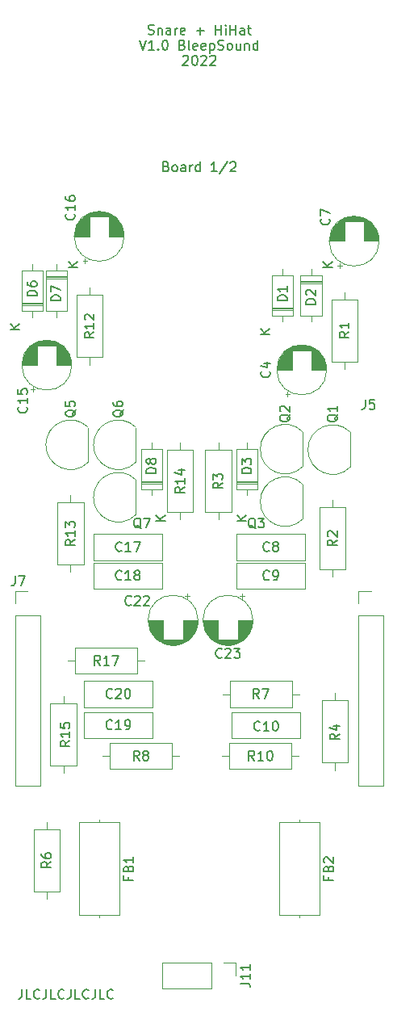
<source format=gto>
G04 #@! TF.GenerationSoftware,KiCad,Pcbnew,(6.0.1)*
G04 #@! TF.CreationDate,2022-02-07T17:43:10+01:00*
G04 #@! TF.ProjectId,Snare+Hihat,536e6172-652b-4486-9968-61742e6b6963,rev?*
G04 #@! TF.SameCoordinates,Original*
G04 #@! TF.FileFunction,Legend,Top*
G04 #@! TF.FilePolarity,Positive*
%FSLAX46Y46*%
G04 Gerber Fmt 4.6, Leading zero omitted, Abs format (unit mm)*
G04 Created by KiCad (PCBNEW (6.0.1)) date 2022-02-07 17:43:10*
%MOMM*%
%LPD*%
G01*
G04 APERTURE LIST*
%ADD10C,0.150000*%
%ADD11C,0.120000*%
%ADD12R,1.600000X1.600000*%
%ADD13C,1.600000*%
%ADD14O,1.600000X1.600000*%
%ADD15C,2.000000*%
%ADD16O,2.000000X2.000000*%
%ADD17R,1.700000X1.700000*%
%ADD18O,1.700000X1.700000*%
%ADD19R,1.500000X1.050000*%
%ADD20O,1.500000X1.050000*%
%ADD21R,1.800000X1.800000*%
%ADD22C,1.800000*%
G04 APERTURE END LIST*
D10*
X31380952Y-138952380D02*
X31380952Y-139666666D01*
X31333333Y-139809523D01*
X31238095Y-139904761D01*
X31095238Y-139952380D01*
X31000000Y-139952380D01*
X32333333Y-139952380D02*
X31857142Y-139952380D01*
X31857142Y-138952380D01*
X33238095Y-139857142D02*
X33190476Y-139904761D01*
X33047619Y-139952380D01*
X32952380Y-139952380D01*
X32809523Y-139904761D01*
X32714285Y-139809523D01*
X32666666Y-139714285D01*
X32619047Y-139523809D01*
X32619047Y-139380952D01*
X32666666Y-139190476D01*
X32714285Y-139095238D01*
X32809523Y-139000000D01*
X32952380Y-138952380D01*
X33047619Y-138952380D01*
X33190476Y-139000000D01*
X33238095Y-139047619D01*
X33952380Y-138952380D02*
X33952380Y-139666666D01*
X33904761Y-139809523D01*
X33809523Y-139904761D01*
X33666666Y-139952380D01*
X33571428Y-139952380D01*
X34904761Y-139952380D02*
X34428571Y-139952380D01*
X34428571Y-138952380D01*
X35809523Y-139857142D02*
X35761904Y-139904761D01*
X35619047Y-139952380D01*
X35523809Y-139952380D01*
X35380952Y-139904761D01*
X35285714Y-139809523D01*
X35238095Y-139714285D01*
X35190476Y-139523809D01*
X35190476Y-139380952D01*
X35238095Y-139190476D01*
X35285714Y-139095238D01*
X35380952Y-139000000D01*
X35523809Y-138952380D01*
X35619047Y-138952380D01*
X35761904Y-139000000D01*
X35809523Y-139047619D01*
X36523809Y-138952380D02*
X36523809Y-139666666D01*
X36476190Y-139809523D01*
X36380952Y-139904761D01*
X36238095Y-139952380D01*
X36142857Y-139952380D01*
X37476190Y-139952380D02*
X37000000Y-139952380D01*
X37000000Y-138952380D01*
X38380952Y-139857142D02*
X38333333Y-139904761D01*
X38190476Y-139952380D01*
X38095238Y-139952380D01*
X37952380Y-139904761D01*
X37857142Y-139809523D01*
X37809523Y-139714285D01*
X37761904Y-139523809D01*
X37761904Y-139380952D01*
X37809523Y-139190476D01*
X37857142Y-139095238D01*
X37952380Y-139000000D01*
X38095238Y-138952380D01*
X38190476Y-138952380D01*
X38333333Y-139000000D01*
X38380952Y-139047619D01*
X39095238Y-138952380D02*
X39095238Y-139666666D01*
X39047619Y-139809523D01*
X38952380Y-139904761D01*
X38809523Y-139952380D01*
X38714285Y-139952380D01*
X40047619Y-139952380D02*
X39571428Y-139952380D01*
X39571428Y-138952380D01*
X40952380Y-139857142D02*
X40904761Y-139904761D01*
X40761904Y-139952380D01*
X40666666Y-139952380D01*
X40523809Y-139904761D01*
X40428571Y-139809523D01*
X40380952Y-139714285D01*
X40333333Y-139523809D01*
X40333333Y-139380952D01*
X40380952Y-139190476D01*
X40428571Y-139095238D01*
X40523809Y-139000000D01*
X40666666Y-138952380D01*
X40761904Y-138952380D01*
X40904761Y-139000000D01*
X40952380Y-139047619D01*
X44666666Y-38794761D02*
X44809523Y-38842380D01*
X45047619Y-38842380D01*
X45142857Y-38794761D01*
X45190476Y-38747142D01*
X45238095Y-38651904D01*
X45238095Y-38556666D01*
X45190476Y-38461428D01*
X45142857Y-38413809D01*
X45047619Y-38366190D01*
X44857142Y-38318571D01*
X44761904Y-38270952D01*
X44714285Y-38223333D01*
X44666666Y-38128095D01*
X44666666Y-38032857D01*
X44714285Y-37937619D01*
X44761904Y-37890000D01*
X44857142Y-37842380D01*
X45095238Y-37842380D01*
X45238095Y-37890000D01*
X45666666Y-38175714D02*
X45666666Y-38842380D01*
X45666666Y-38270952D02*
X45714285Y-38223333D01*
X45809523Y-38175714D01*
X45952380Y-38175714D01*
X46047619Y-38223333D01*
X46095238Y-38318571D01*
X46095238Y-38842380D01*
X47000000Y-38842380D02*
X47000000Y-38318571D01*
X46952380Y-38223333D01*
X46857142Y-38175714D01*
X46666666Y-38175714D01*
X46571428Y-38223333D01*
X47000000Y-38794761D02*
X46904761Y-38842380D01*
X46666666Y-38842380D01*
X46571428Y-38794761D01*
X46523809Y-38699523D01*
X46523809Y-38604285D01*
X46571428Y-38509047D01*
X46666666Y-38461428D01*
X46904761Y-38461428D01*
X47000000Y-38413809D01*
X47476190Y-38842380D02*
X47476190Y-38175714D01*
X47476190Y-38366190D02*
X47523809Y-38270952D01*
X47571428Y-38223333D01*
X47666666Y-38175714D01*
X47761904Y-38175714D01*
X48476190Y-38794761D02*
X48380952Y-38842380D01*
X48190476Y-38842380D01*
X48095238Y-38794761D01*
X48047619Y-38699523D01*
X48047619Y-38318571D01*
X48095238Y-38223333D01*
X48190476Y-38175714D01*
X48380952Y-38175714D01*
X48476190Y-38223333D01*
X48523809Y-38318571D01*
X48523809Y-38413809D01*
X48047619Y-38509047D01*
X49714285Y-38461428D02*
X50476190Y-38461428D01*
X50095238Y-38842380D02*
X50095238Y-38080476D01*
X51714285Y-38842380D02*
X51714285Y-37842380D01*
X51714285Y-38318571D02*
X52285714Y-38318571D01*
X52285714Y-38842380D02*
X52285714Y-37842380D01*
X52761904Y-38842380D02*
X52761904Y-38175714D01*
X52761904Y-37842380D02*
X52714285Y-37890000D01*
X52761904Y-37937619D01*
X52809523Y-37890000D01*
X52761904Y-37842380D01*
X52761904Y-37937619D01*
X53238095Y-38842380D02*
X53238095Y-37842380D01*
X53238095Y-38318571D02*
X53809523Y-38318571D01*
X53809523Y-38842380D02*
X53809523Y-37842380D01*
X54714285Y-38842380D02*
X54714285Y-38318571D01*
X54666666Y-38223333D01*
X54571428Y-38175714D01*
X54380952Y-38175714D01*
X54285714Y-38223333D01*
X54714285Y-38794761D02*
X54619047Y-38842380D01*
X54380952Y-38842380D01*
X54285714Y-38794761D01*
X54238095Y-38699523D01*
X54238095Y-38604285D01*
X54285714Y-38509047D01*
X54380952Y-38461428D01*
X54619047Y-38461428D01*
X54714285Y-38413809D01*
X55047619Y-38175714D02*
X55428571Y-38175714D01*
X55190476Y-37842380D02*
X55190476Y-38699523D01*
X55238095Y-38794761D01*
X55333333Y-38842380D01*
X55428571Y-38842380D01*
X43738095Y-39452380D02*
X44071428Y-40452380D01*
X44404761Y-39452380D01*
X45261904Y-40452380D02*
X44690476Y-40452380D01*
X44976190Y-40452380D02*
X44976190Y-39452380D01*
X44880952Y-39595238D01*
X44785714Y-39690476D01*
X44690476Y-39738095D01*
X45690476Y-40357142D02*
X45738095Y-40404761D01*
X45690476Y-40452380D01*
X45642857Y-40404761D01*
X45690476Y-40357142D01*
X45690476Y-40452380D01*
X46357142Y-39452380D02*
X46452380Y-39452380D01*
X46547619Y-39500000D01*
X46595238Y-39547619D01*
X46642857Y-39642857D01*
X46690476Y-39833333D01*
X46690476Y-40071428D01*
X46642857Y-40261904D01*
X46595238Y-40357142D01*
X46547619Y-40404761D01*
X46452380Y-40452380D01*
X46357142Y-40452380D01*
X46261904Y-40404761D01*
X46214285Y-40357142D01*
X46166666Y-40261904D01*
X46119047Y-40071428D01*
X46119047Y-39833333D01*
X46166666Y-39642857D01*
X46214285Y-39547619D01*
X46261904Y-39500000D01*
X46357142Y-39452380D01*
X48214285Y-39928571D02*
X48357142Y-39976190D01*
X48404761Y-40023809D01*
X48452380Y-40119047D01*
X48452380Y-40261904D01*
X48404761Y-40357142D01*
X48357142Y-40404761D01*
X48261904Y-40452380D01*
X47880952Y-40452380D01*
X47880952Y-39452380D01*
X48214285Y-39452380D01*
X48309523Y-39500000D01*
X48357142Y-39547619D01*
X48404761Y-39642857D01*
X48404761Y-39738095D01*
X48357142Y-39833333D01*
X48309523Y-39880952D01*
X48214285Y-39928571D01*
X47880952Y-39928571D01*
X49023809Y-40452380D02*
X48928571Y-40404761D01*
X48880952Y-40309523D01*
X48880952Y-39452380D01*
X49785714Y-40404761D02*
X49690476Y-40452380D01*
X49500000Y-40452380D01*
X49404761Y-40404761D01*
X49357142Y-40309523D01*
X49357142Y-39928571D01*
X49404761Y-39833333D01*
X49500000Y-39785714D01*
X49690476Y-39785714D01*
X49785714Y-39833333D01*
X49833333Y-39928571D01*
X49833333Y-40023809D01*
X49357142Y-40119047D01*
X50642857Y-40404761D02*
X50547619Y-40452380D01*
X50357142Y-40452380D01*
X50261904Y-40404761D01*
X50214285Y-40309523D01*
X50214285Y-39928571D01*
X50261904Y-39833333D01*
X50357142Y-39785714D01*
X50547619Y-39785714D01*
X50642857Y-39833333D01*
X50690476Y-39928571D01*
X50690476Y-40023809D01*
X50214285Y-40119047D01*
X51119047Y-39785714D02*
X51119047Y-40785714D01*
X51119047Y-39833333D02*
X51214285Y-39785714D01*
X51404761Y-39785714D01*
X51500000Y-39833333D01*
X51547619Y-39880952D01*
X51595238Y-39976190D01*
X51595238Y-40261904D01*
X51547619Y-40357142D01*
X51500000Y-40404761D01*
X51404761Y-40452380D01*
X51214285Y-40452380D01*
X51119047Y-40404761D01*
X51976190Y-40404761D02*
X52119047Y-40452380D01*
X52357142Y-40452380D01*
X52452380Y-40404761D01*
X52500000Y-40357142D01*
X52547619Y-40261904D01*
X52547619Y-40166666D01*
X52500000Y-40071428D01*
X52452380Y-40023809D01*
X52357142Y-39976190D01*
X52166666Y-39928571D01*
X52071428Y-39880952D01*
X52023809Y-39833333D01*
X51976190Y-39738095D01*
X51976190Y-39642857D01*
X52023809Y-39547619D01*
X52071428Y-39500000D01*
X52166666Y-39452380D01*
X52404761Y-39452380D01*
X52547619Y-39500000D01*
X53119047Y-40452380D02*
X53023809Y-40404761D01*
X52976190Y-40357142D01*
X52928571Y-40261904D01*
X52928571Y-39976190D01*
X52976190Y-39880952D01*
X53023809Y-39833333D01*
X53119047Y-39785714D01*
X53261904Y-39785714D01*
X53357142Y-39833333D01*
X53404761Y-39880952D01*
X53452380Y-39976190D01*
X53452380Y-40261904D01*
X53404761Y-40357142D01*
X53357142Y-40404761D01*
X53261904Y-40452380D01*
X53119047Y-40452380D01*
X54309523Y-39785714D02*
X54309523Y-40452380D01*
X53880952Y-39785714D02*
X53880952Y-40309523D01*
X53928571Y-40404761D01*
X54023809Y-40452380D01*
X54166666Y-40452380D01*
X54261904Y-40404761D01*
X54309523Y-40357142D01*
X54785714Y-39785714D02*
X54785714Y-40452380D01*
X54785714Y-39880952D02*
X54833333Y-39833333D01*
X54928571Y-39785714D01*
X55071428Y-39785714D01*
X55166666Y-39833333D01*
X55214285Y-39928571D01*
X55214285Y-40452380D01*
X56119047Y-40452380D02*
X56119047Y-39452380D01*
X56119047Y-40404761D02*
X56023809Y-40452380D01*
X55833333Y-40452380D01*
X55738095Y-40404761D01*
X55690476Y-40357142D01*
X55642857Y-40261904D01*
X55642857Y-39976190D01*
X55690476Y-39880952D01*
X55738095Y-39833333D01*
X55833333Y-39785714D01*
X56023809Y-39785714D01*
X56119047Y-39833333D01*
X48285714Y-41157619D02*
X48333333Y-41110000D01*
X48428571Y-41062380D01*
X48666666Y-41062380D01*
X48761904Y-41110000D01*
X48809523Y-41157619D01*
X48857142Y-41252857D01*
X48857142Y-41348095D01*
X48809523Y-41490952D01*
X48238095Y-42062380D01*
X48857142Y-42062380D01*
X49476190Y-41062380D02*
X49571428Y-41062380D01*
X49666666Y-41110000D01*
X49714285Y-41157619D01*
X49761904Y-41252857D01*
X49809523Y-41443333D01*
X49809523Y-41681428D01*
X49761904Y-41871904D01*
X49714285Y-41967142D01*
X49666666Y-42014761D01*
X49571428Y-42062380D01*
X49476190Y-42062380D01*
X49380952Y-42014761D01*
X49333333Y-41967142D01*
X49285714Y-41871904D01*
X49238095Y-41681428D01*
X49238095Y-41443333D01*
X49285714Y-41252857D01*
X49333333Y-41157619D01*
X49380952Y-41110000D01*
X49476190Y-41062380D01*
X50190476Y-41157619D02*
X50238095Y-41110000D01*
X50333333Y-41062380D01*
X50571428Y-41062380D01*
X50666666Y-41110000D01*
X50714285Y-41157619D01*
X50761904Y-41252857D01*
X50761904Y-41348095D01*
X50714285Y-41490952D01*
X50142857Y-42062380D01*
X50761904Y-42062380D01*
X51142857Y-41157619D02*
X51190476Y-41110000D01*
X51285714Y-41062380D01*
X51523809Y-41062380D01*
X51619047Y-41110000D01*
X51666666Y-41157619D01*
X51714285Y-41252857D01*
X51714285Y-41348095D01*
X51666666Y-41490952D01*
X51095238Y-42062380D01*
X51714285Y-42062380D01*
X46547619Y-52678571D02*
X46690476Y-52726190D01*
X46738095Y-52773809D01*
X46785714Y-52869047D01*
X46785714Y-53011904D01*
X46738095Y-53107142D01*
X46690476Y-53154761D01*
X46595238Y-53202380D01*
X46214285Y-53202380D01*
X46214285Y-52202380D01*
X46547619Y-52202380D01*
X46642857Y-52250000D01*
X46690476Y-52297619D01*
X46738095Y-52392857D01*
X46738095Y-52488095D01*
X46690476Y-52583333D01*
X46642857Y-52630952D01*
X46547619Y-52678571D01*
X46214285Y-52678571D01*
X47357142Y-53202380D02*
X47261904Y-53154761D01*
X47214285Y-53107142D01*
X47166666Y-53011904D01*
X47166666Y-52726190D01*
X47214285Y-52630952D01*
X47261904Y-52583333D01*
X47357142Y-52535714D01*
X47500000Y-52535714D01*
X47595238Y-52583333D01*
X47642857Y-52630952D01*
X47690476Y-52726190D01*
X47690476Y-53011904D01*
X47642857Y-53107142D01*
X47595238Y-53154761D01*
X47500000Y-53202380D01*
X47357142Y-53202380D01*
X48547619Y-53202380D02*
X48547619Y-52678571D01*
X48500000Y-52583333D01*
X48404761Y-52535714D01*
X48214285Y-52535714D01*
X48119047Y-52583333D01*
X48547619Y-53154761D02*
X48452380Y-53202380D01*
X48214285Y-53202380D01*
X48119047Y-53154761D01*
X48071428Y-53059523D01*
X48071428Y-52964285D01*
X48119047Y-52869047D01*
X48214285Y-52821428D01*
X48452380Y-52821428D01*
X48547619Y-52773809D01*
X49023809Y-53202380D02*
X49023809Y-52535714D01*
X49023809Y-52726190D02*
X49071428Y-52630952D01*
X49119047Y-52583333D01*
X49214285Y-52535714D01*
X49309523Y-52535714D01*
X50071428Y-53202380D02*
X50071428Y-52202380D01*
X50071428Y-53154761D02*
X49976190Y-53202380D01*
X49785714Y-53202380D01*
X49690476Y-53154761D01*
X49642857Y-53107142D01*
X49595238Y-53011904D01*
X49595238Y-52726190D01*
X49642857Y-52630952D01*
X49690476Y-52583333D01*
X49785714Y-52535714D01*
X49976190Y-52535714D01*
X50071428Y-52583333D01*
X51833333Y-53202380D02*
X51261904Y-53202380D01*
X51547619Y-53202380D02*
X51547619Y-52202380D01*
X51452380Y-52345238D01*
X51357142Y-52440476D01*
X51261904Y-52488095D01*
X52976190Y-52154761D02*
X52119047Y-53440476D01*
X53261904Y-52297619D02*
X53309523Y-52250000D01*
X53404761Y-52202380D01*
X53642857Y-52202380D01*
X53738095Y-52250000D01*
X53785714Y-52297619D01*
X53833333Y-52392857D01*
X53833333Y-52488095D01*
X53785714Y-52630952D01*
X53214285Y-53202380D01*
X53833333Y-53202380D01*
X57357142Y-74166666D02*
X57404761Y-74214285D01*
X57452380Y-74357142D01*
X57452380Y-74452380D01*
X57404761Y-74595238D01*
X57309523Y-74690476D01*
X57214285Y-74738095D01*
X57023809Y-74785714D01*
X56880952Y-74785714D01*
X56690476Y-74738095D01*
X56595238Y-74690476D01*
X56500000Y-74595238D01*
X56452380Y-74452380D01*
X56452380Y-74357142D01*
X56500000Y-74214285D01*
X56547619Y-74166666D01*
X56785714Y-73309523D02*
X57452380Y-73309523D01*
X56404761Y-73547619D02*
X57119047Y-73785714D01*
X57119047Y-73166666D01*
X63607142Y-58166666D02*
X63654761Y-58214285D01*
X63702380Y-58357142D01*
X63702380Y-58452380D01*
X63654761Y-58595238D01*
X63559523Y-58690476D01*
X63464285Y-58738095D01*
X63273809Y-58785714D01*
X63130952Y-58785714D01*
X62940476Y-58738095D01*
X62845238Y-58690476D01*
X62750000Y-58595238D01*
X62702380Y-58452380D01*
X62702380Y-58357142D01*
X62750000Y-58214285D01*
X62797619Y-58166666D01*
X62702380Y-57833333D02*
X62702380Y-57166666D01*
X63702380Y-57595238D01*
X57333333Y-92947142D02*
X57285714Y-92994761D01*
X57142857Y-93042380D01*
X57047619Y-93042380D01*
X56904761Y-92994761D01*
X56809523Y-92899523D01*
X56761904Y-92804285D01*
X56714285Y-92613809D01*
X56714285Y-92470952D01*
X56761904Y-92280476D01*
X56809523Y-92185238D01*
X56904761Y-92090000D01*
X57047619Y-92042380D01*
X57142857Y-92042380D01*
X57285714Y-92090000D01*
X57333333Y-92137619D01*
X57904761Y-92470952D02*
X57809523Y-92423333D01*
X57761904Y-92375714D01*
X57714285Y-92280476D01*
X57714285Y-92232857D01*
X57761904Y-92137619D01*
X57809523Y-92090000D01*
X57904761Y-92042380D01*
X58095238Y-92042380D01*
X58190476Y-92090000D01*
X58238095Y-92137619D01*
X58285714Y-92232857D01*
X58285714Y-92280476D01*
X58238095Y-92375714D01*
X58190476Y-92423333D01*
X58095238Y-92470952D01*
X57904761Y-92470952D01*
X57809523Y-92518571D01*
X57761904Y-92566190D01*
X57714285Y-92661428D01*
X57714285Y-92851904D01*
X57761904Y-92947142D01*
X57809523Y-92994761D01*
X57904761Y-93042380D01*
X58095238Y-93042380D01*
X58190476Y-92994761D01*
X58238095Y-92947142D01*
X58285714Y-92851904D01*
X58285714Y-92661428D01*
X58238095Y-92566190D01*
X58190476Y-92518571D01*
X58095238Y-92470952D01*
X57333333Y-95947142D02*
X57285714Y-95994761D01*
X57142857Y-96042380D01*
X57047619Y-96042380D01*
X56904761Y-95994761D01*
X56809523Y-95899523D01*
X56761904Y-95804285D01*
X56714285Y-95613809D01*
X56714285Y-95470952D01*
X56761904Y-95280476D01*
X56809523Y-95185238D01*
X56904761Y-95090000D01*
X57047619Y-95042380D01*
X57142857Y-95042380D01*
X57285714Y-95090000D01*
X57333333Y-95137619D01*
X57809523Y-96042380D02*
X58000000Y-96042380D01*
X58095238Y-95994761D01*
X58142857Y-95947142D01*
X58238095Y-95804285D01*
X58285714Y-95613809D01*
X58285714Y-95232857D01*
X58238095Y-95137619D01*
X58190476Y-95090000D01*
X58095238Y-95042380D01*
X57904761Y-95042380D01*
X57809523Y-95090000D01*
X57761904Y-95137619D01*
X57714285Y-95232857D01*
X57714285Y-95470952D01*
X57761904Y-95566190D01*
X57809523Y-95613809D01*
X57904761Y-95661428D01*
X58095238Y-95661428D01*
X58190476Y-95613809D01*
X58238095Y-95566190D01*
X58285714Y-95470952D01*
X56357142Y-111757142D02*
X56309523Y-111804761D01*
X56166666Y-111852380D01*
X56071428Y-111852380D01*
X55928571Y-111804761D01*
X55833333Y-111709523D01*
X55785714Y-111614285D01*
X55738095Y-111423809D01*
X55738095Y-111280952D01*
X55785714Y-111090476D01*
X55833333Y-110995238D01*
X55928571Y-110900000D01*
X56071428Y-110852380D01*
X56166666Y-110852380D01*
X56309523Y-110900000D01*
X56357142Y-110947619D01*
X57309523Y-111852380D02*
X56738095Y-111852380D01*
X57023809Y-111852380D02*
X57023809Y-110852380D01*
X56928571Y-110995238D01*
X56833333Y-111090476D01*
X56738095Y-111138095D01*
X57928571Y-110852380D02*
X58023809Y-110852380D01*
X58119047Y-110900000D01*
X58166666Y-110947619D01*
X58214285Y-111042857D01*
X58261904Y-111233333D01*
X58261904Y-111471428D01*
X58214285Y-111661904D01*
X58166666Y-111757142D01*
X58119047Y-111804761D01*
X58023809Y-111852380D01*
X57928571Y-111852380D01*
X57833333Y-111804761D01*
X57785714Y-111757142D01*
X57738095Y-111661904D01*
X57690476Y-111471428D01*
X57690476Y-111233333D01*
X57738095Y-111042857D01*
X57785714Y-110947619D01*
X57833333Y-110900000D01*
X57928571Y-110852380D01*
X36857142Y-57642857D02*
X36904761Y-57690476D01*
X36952380Y-57833333D01*
X36952380Y-57928571D01*
X36904761Y-58071428D01*
X36809523Y-58166666D01*
X36714285Y-58214285D01*
X36523809Y-58261904D01*
X36380952Y-58261904D01*
X36190476Y-58214285D01*
X36095238Y-58166666D01*
X36000000Y-58071428D01*
X35952380Y-57928571D01*
X35952380Y-57833333D01*
X36000000Y-57690476D01*
X36047619Y-57642857D01*
X36952380Y-56690476D02*
X36952380Y-57261904D01*
X36952380Y-56976190D02*
X35952380Y-56976190D01*
X36095238Y-57071428D01*
X36190476Y-57166666D01*
X36238095Y-57261904D01*
X35952380Y-55833333D02*
X35952380Y-56023809D01*
X36000000Y-56119047D01*
X36047619Y-56166666D01*
X36190476Y-56261904D01*
X36380952Y-56309523D01*
X36761904Y-56309523D01*
X36857142Y-56261904D01*
X36904761Y-56214285D01*
X36952380Y-56119047D01*
X36952380Y-55928571D01*
X36904761Y-55833333D01*
X36857142Y-55785714D01*
X36761904Y-55738095D01*
X36523809Y-55738095D01*
X36428571Y-55785714D01*
X36380952Y-55833333D01*
X36333333Y-55928571D01*
X36333333Y-56119047D01*
X36380952Y-56214285D01*
X36428571Y-56261904D01*
X36523809Y-56309523D01*
X41857142Y-92947142D02*
X41809523Y-92994761D01*
X41666666Y-93042380D01*
X41571428Y-93042380D01*
X41428571Y-92994761D01*
X41333333Y-92899523D01*
X41285714Y-92804285D01*
X41238095Y-92613809D01*
X41238095Y-92470952D01*
X41285714Y-92280476D01*
X41333333Y-92185238D01*
X41428571Y-92090000D01*
X41571428Y-92042380D01*
X41666666Y-92042380D01*
X41809523Y-92090000D01*
X41857142Y-92137619D01*
X42809523Y-93042380D02*
X42238095Y-93042380D01*
X42523809Y-93042380D02*
X42523809Y-92042380D01*
X42428571Y-92185238D01*
X42333333Y-92280476D01*
X42238095Y-92328095D01*
X43142857Y-92042380D02*
X43809523Y-92042380D01*
X43380952Y-93042380D01*
X41857142Y-95947142D02*
X41809523Y-95994761D01*
X41666666Y-96042380D01*
X41571428Y-96042380D01*
X41428571Y-95994761D01*
X41333333Y-95899523D01*
X41285714Y-95804285D01*
X41238095Y-95613809D01*
X41238095Y-95470952D01*
X41285714Y-95280476D01*
X41333333Y-95185238D01*
X41428571Y-95090000D01*
X41571428Y-95042380D01*
X41666666Y-95042380D01*
X41809523Y-95090000D01*
X41857142Y-95137619D01*
X42809523Y-96042380D02*
X42238095Y-96042380D01*
X42523809Y-96042380D02*
X42523809Y-95042380D01*
X42428571Y-95185238D01*
X42333333Y-95280476D01*
X42238095Y-95328095D01*
X43380952Y-95470952D02*
X43285714Y-95423333D01*
X43238095Y-95375714D01*
X43190476Y-95280476D01*
X43190476Y-95232857D01*
X43238095Y-95137619D01*
X43285714Y-95090000D01*
X43380952Y-95042380D01*
X43571428Y-95042380D01*
X43666666Y-95090000D01*
X43714285Y-95137619D01*
X43761904Y-95232857D01*
X43761904Y-95280476D01*
X43714285Y-95375714D01*
X43666666Y-95423333D01*
X43571428Y-95470952D01*
X43380952Y-95470952D01*
X43285714Y-95518571D01*
X43238095Y-95566190D01*
X43190476Y-95661428D01*
X43190476Y-95851904D01*
X43238095Y-95947142D01*
X43285714Y-95994761D01*
X43380952Y-96042380D01*
X43571428Y-96042380D01*
X43666666Y-95994761D01*
X43714285Y-95947142D01*
X43761904Y-95851904D01*
X43761904Y-95661428D01*
X43714285Y-95566190D01*
X43666666Y-95518571D01*
X43571428Y-95470952D01*
X40857142Y-111607142D02*
X40809523Y-111654761D01*
X40666666Y-111702380D01*
X40571428Y-111702380D01*
X40428571Y-111654761D01*
X40333333Y-111559523D01*
X40285714Y-111464285D01*
X40238095Y-111273809D01*
X40238095Y-111130952D01*
X40285714Y-110940476D01*
X40333333Y-110845238D01*
X40428571Y-110750000D01*
X40571428Y-110702380D01*
X40666666Y-110702380D01*
X40809523Y-110750000D01*
X40857142Y-110797619D01*
X41809523Y-111702380D02*
X41238095Y-111702380D01*
X41523809Y-111702380D02*
X41523809Y-110702380D01*
X41428571Y-110845238D01*
X41333333Y-110940476D01*
X41238095Y-110988095D01*
X42285714Y-111702380D02*
X42476190Y-111702380D01*
X42571428Y-111654761D01*
X42619047Y-111607142D01*
X42714285Y-111464285D01*
X42761904Y-111273809D01*
X42761904Y-110892857D01*
X42714285Y-110797619D01*
X42666666Y-110750000D01*
X42571428Y-110702380D01*
X42380952Y-110702380D01*
X42285714Y-110750000D01*
X42238095Y-110797619D01*
X42190476Y-110892857D01*
X42190476Y-111130952D01*
X42238095Y-111226190D01*
X42285714Y-111273809D01*
X42380952Y-111321428D01*
X42571428Y-111321428D01*
X42666666Y-111273809D01*
X42714285Y-111226190D01*
X42761904Y-111130952D01*
X40857142Y-108337142D02*
X40809523Y-108384761D01*
X40666666Y-108432380D01*
X40571428Y-108432380D01*
X40428571Y-108384761D01*
X40333333Y-108289523D01*
X40285714Y-108194285D01*
X40238095Y-108003809D01*
X40238095Y-107860952D01*
X40285714Y-107670476D01*
X40333333Y-107575238D01*
X40428571Y-107480000D01*
X40571428Y-107432380D01*
X40666666Y-107432380D01*
X40809523Y-107480000D01*
X40857142Y-107527619D01*
X41238095Y-107527619D02*
X41285714Y-107480000D01*
X41380952Y-107432380D01*
X41619047Y-107432380D01*
X41714285Y-107480000D01*
X41761904Y-107527619D01*
X41809523Y-107622857D01*
X41809523Y-107718095D01*
X41761904Y-107860952D01*
X41190476Y-108432380D01*
X41809523Y-108432380D01*
X42428571Y-107432380D02*
X42523809Y-107432380D01*
X42619047Y-107480000D01*
X42666666Y-107527619D01*
X42714285Y-107622857D01*
X42761904Y-107813333D01*
X42761904Y-108051428D01*
X42714285Y-108241904D01*
X42666666Y-108337142D01*
X42619047Y-108384761D01*
X42523809Y-108432380D01*
X42428571Y-108432380D01*
X42333333Y-108384761D01*
X42285714Y-108337142D01*
X42238095Y-108241904D01*
X42190476Y-108051428D01*
X42190476Y-107813333D01*
X42238095Y-107622857D01*
X42285714Y-107527619D01*
X42333333Y-107480000D01*
X42428571Y-107432380D01*
X59202380Y-66738095D02*
X58202380Y-66738095D01*
X58202380Y-66500000D01*
X58250000Y-66357142D01*
X58345238Y-66261904D01*
X58440476Y-66214285D01*
X58630952Y-66166666D01*
X58773809Y-66166666D01*
X58964285Y-66214285D01*
X59059523Y-66261904D01*
X59154761Y-66357142D01*
X59202380Y-66500000D01*
X59202380Y-66738095D01*
X59202380Y-65214285D02*
X59202380Y-65785714D01*
X59202380Y-65500000D02*
X58202380Y-65500000D01*
X58345238Y-65595238D01*
X58440476Y-65690476D01*
X58488095Y-65785714D01*
X57402380Y-70261904D02*
X56402380Y-70261904D01*
X57402380Y-69690476D02*
X56830952Y-70119047D01*
X56402380Y-69690476D02*
X56973809Y-70261904D01*
X62202380Y-67118095D02*
X61202380Y-67118095D01*
X61202380Y-66880000D01*
X61250000Y-66737142D01*
X61345238Y-66641904D01*
X61440476Y-66594285D01*
X61630952Y-66546666D01*
X61773809Y-66546666D01*
X61964285Y-66594285D01*
X62059523Y-66641904D01*
X62154761Y-66737142D01*
X62202380Y-66880000D01*
X62202380Y-67118095D01*
X61297619Y-66165714D02*
X61250000Y-66118095D01*
X61202380Y-66022857D01*
X61202380Y-65784761D01*
X61250000Y-65689523D01*
X61297619Y-65641904D01*
X61392857Y-65594285D01*
X61488095Y-65594285D01*
X61630952Y-65641904D01*
X62202380Y-66213333D01*
X62202380Y-65594285D01*
X64002380Y-63261904D02*
X63002380Y-63261904D01*
X64002380Y-62690476D02*
X63430952Y-63119047D01*
X63002380Y-62690476D02*
X63573809Y-63261904D01*
X55452380Y-84828095D02*
X54452380Y-84828095D01*
X54452380Y-84590000D01*
X54500000Y-84447142D01*
X54595238Y-84351904D01*
X54690476Y-84304285D01*
X54880952Y-84256666D01*
X55023809Y-84256666D01*
X55214285Y-84304285D01*
X55309523Y-84351904D01*
X55404761Y-84447142D01*
X55452380Y-84590000D01*
X55452380Y-84828095D01*
X54452380Y-83923333D02*
X54452380Y-83304285D01*
X54833333Y-83637619D01*
X54833333Y-83494761D01*
X54880952Y-83399523D01*
X54928571Y-83351904D01*
X55023809Y-83304285D01*
X55261904Y-83304285D01*
X55357142Y-83351904D01*
X55404761Y-83399523D01*
X55452380Y-83494761D01*
X55452380Y-83780476D01*
X55404761Y-83875714D01*
X55357142Y-83923333D01*
X54952380Y-89851904D02*
X53952380Y-89851904D01*
X54952380Y-89280476D02*
X54380952Y-89709047D01*
X53952380Y-89280476D02*
X54523809Y-89851904D01*
X32952380Y-66238095D02*
X31952380Y-66238095D01*
X31952380Y-66000000D01*
X32000000Y-65857142D01*
X32095238Y-65761904D01*
X32190476Y-65714285D01*
X32380952Y-65666666D01*
X32523809Y-65666666D01*
X32714285Y-65714285D01*
X32809523Y-65761904D01*
X32904761Y-65857142D01*
X32952380Y-66000000D01*
X32952380Y-66238095D01*
X31952380Y-64809523D02*
X31952380Y-65000000D01*
X32000000Y-65095238D01*
X32047619Y-65142857D01*
X32190476Y-65238095D01*
X32380952Y-65285714D01*
X32761904Y-65285714D01*
X32857142Y-65238095D01*
X32904761Y-65190476D01*
X32952380Y-65095238D01*
X32952380Y-64904761D01*
X32904761Y-64809523D01*
X32857142Y-64761904D01*
X32761904Y-64714285D01*
X32523809Y-64714285D01*
X32428571Y-64761904D01*
X32380952Y-64809523D01*
X32333333Y-64904761D01*
X32333333Y-65095238D01*
X32380952Y-65190476D01*
X32428571Y-65238095D01*
X32523809Y-65285714D01*
X31152380Y-69761904D02*
X30152380Y-69761904D01*
X31152380Y-69190476D02*
X30580952Y-69619047D01*
X30152380Y-69190476D02*
X30723809Y-69761904D01*
X35452380Y-66738095D02*
X34452380Y-66738095D01*
X34452380Y-66500000D01*
X34500000Y-66357142D01*
X34595238Y-66261904D01*
X34690476Y-66214285D01*
X34880952Y-66166666D01*
X35023809Y-66166666D01*
X35214285Y-66214285D01*
X35309523Y-66261904D01*
X35404761Y-66357142D01*
X35452380Y-66500000D01*
X35452380Y-66738095D01*
X34452380Y-65833333D02*
X34452380Y-65166666D01*
X35452380Y-65595238D01*
X37252380Y-63261904D02*
X36252380Y-63261904D01*
X37252380Y-62690476D02*
X36680952Y-63119047D01*
X36252380Y-62690476D02*
X36823809Y-63261904D01*
X42548571Y-127143333D02*
X42548571Y-127476666D01*
X43072380Y-127476666D02*
X42072380Y-127476666D01*
X42072380Y-127000476D01*
X42548571Y-126286190D02*
X42596190Y-126143333D01*
X42643809Y-126095714D01*
X42739047Y-126048095D01*
X42881904Y-126048095D01*
X42977142Y-126095714D01*
X43024761Y-126143333D01*
X43072380Y-126238571D01*
X43072380Y-126619523D01*
X42072380Y-126619523D01*
X42072380Y-126286190D01*
X42120000Y-126190952D01*
X42167619Y-126143333D01*
X42262857Y-126095714D01*
X42358095Y-126095714D01*
X42453333Y-126143333D01*
X42500952Y-126190952D01*
X42548571Y-126286190D01*
X42548571Y-126619523D01*
X43072380Y-125095714D02*
X43072380Y-125667142D01*
X43072380Y-125381428D02*
X42072380Y-125381428D01*
X42215238Y-125476666D01*
X42310476Y-125571904D01*
X42358095Y-125667142D01*
X63548571Y-127143333D02*
X63548571Y-127476666D01*
X64072380Y-127476666D02*
X63072380Y-127476666D01*
X63072380Y-127000476D01*
X63548571Y-126286190D02*
X63596190Y-126143333D01*
X63643809Y-126095714D01*
X63739047Y-126048095D01*
X63881904Y-126048095D01*
X63977142Y-126095714D01*
X64024761Y-126143333D01*
X64072380Y-126238571D01*
X64072380Y-126619523D01*
X63072380Y-126619523D01*
X63072380Y-126286190D01*
X63120000Y-126190952D01*
X63167619Y-126143333D01*
X63262857Y-126095714D01*
X63358095Y-126095714D01*
X63453333Y-126143333D01*
X63500952Y-126190952D01*
X63548571Y-126286190D01*
X63548571Y-126619523D01*
X63167619Y-125667142D02*
X63120000Y-125619523D01*
X63072380Y-125524285D01*
X63072380Y-125286190D01*
X63120000Y-125190952D01*
X63167619Y-125143333D01*
X63262857Y-125095714D01*
X63358095Y-125095714D01*
X63500952Y-125143333D01*
X64072380Y-125714761D01*
X64072380Y-125095714D01*
X67416666Y-77122380D02*
X67416666Y-77836666D01*
X67369047Y-77979523D01*
X67273809Y-78074761D01*
X67130952Y-78122380D01*
X67035714Y-78122380D01*
X68369047Y-77122380D02*
X67892857Y-77122380D01*
X67845238Y-77598571D01*
X67892857Y-77550952D01*
X67988095Y-77503333D01*
X68226190Y-77503333D01*
X68321428Y-77550952D01*
X68369047Y-77598571D01*
X68416666Y-77693809D01*
X68416666Y-77931904D01*
X68369047Y-78027142D01*
X68321428Y-78074761D01*
X68226190Y-78122380D01*
X67988095Y-78122380D01*
X67892857Y-78074761D01*
X67845238Y-78027142D01*
X30666666Y-95622380D02*
X30666666Y-96336666D01*
X30619047Y-96479523D01*
X30523809Y-96574761D01*
X30380952Y-96622380D01*
X30285714Y-96622380D01*
X31047619Y-95622380D02*
X31714285Y-95622380D01*
X31285714Y-96622380D01*
X64547619Y-78685238D02*
X64500000Y-78780476D01*
X64404761Y-78875714D01*
X64261904Y-79018571D01*
X64214285Y-79113809D01*
X64214285Y-79209047D01*
X64452380Y-79161428D02*
X64404761Y-79256666D01*
X64309523Y-79351904D01*
X64119047Y-79399523D01*
X63785714Y-79399523D01*
X63595238Y-79351904D01*
X63500000Y-79256666D01*
X63452380Y-79161428D01*
X63452380Y-78970952D01*
X63500000Y-78875714D01*
X63595238Y-78780476D01*
X63785714Y-78732857D01*
X64119047Y-78732857D01*
X64309523Y-78780476D01*
X64404761Y-78875714D01*
X64452380Y-78970952D01*
X64452380Y-79161428D01*
X64452380Y-77780476D02*
X64452380Y-78351904D01*
X64452380Y-78066190D02*
X63452380Y-78066190D01*
X63595238Y-78161428D01*
X63690476Y-78256666D01*
X63738095Y-78351904D01*
X59547619Y-78685238D02*
X59500000Y-78780476D01*
X59404761Y-78875714D01*
X59261904Y-79018571D01*
X59214285Y-79113809D01*
X59214285Y-79209047D01*
X59452380Y-79161428D02*
X59404761Y-79256666D01*
X59309523Y-79351904D01*
X59119047Y-79399523D01*
X58785714Y-79399523D01*
X58595238Y-79351904D01*
X58500000Y-79256666D01*
X58452380Y-79161428D01*
X58452380Y-78970952D01*
X58500000Y-78875714D01*
X58595238Y-78780476D01*
X58785714Y-78732857D01*
X59119047Y-78732857D01*
X59309523Y-78780476D01*
X59404761Y-78875714D01*
X59452380Y-78970952D01*
X59452380Y-79161428D01*
X58547619Y-78351904D02*
X58500000Y-78304285D01*
X58452380Y-78209047D01*
X58452380Y-77970952D01*
X58500000Y-77875714D01*
X58547619Y-77828095D01*
X58642857Y-77780476D01*
X58738095Y-77780476D01*
X58880952Y-77828095D01*
X59452380Y-78399523D01*
X59452380Y-77780476D01*
X55904761Y-90637619D02*
X55809523Y-90590000D01*
X55714285Y-90494761D01*
X55571428Y-90351904D01*
X55476190Y-90304285D01*
X55380952Y-90304285D01*
X55428571Y-90542380D02*
X55333333Y-90494761D01*
X55238095Y-90399523D01*
X55190476Y-90209047D01*
X55190476Y-89875714D01*
X55238095Y-89685238D01*
X55333333Y-89590000D01*
X55428571Y-89542380D01*
X55619047Y-89542380D01*
X55714285Y-89590000D01*
X55809523Y-89685238D01*
X55857142Y-89875714D01*
X55857142Y-90209047D01*
X55809523Y-90399523D01*
X55714285Y-90494761D01*
X55619047Y-90542380D01*
X55428571Y-90542380D01*
X56190476Y-89542380D02*
X56809523Y-89542380D01*
X56476190Y-89923333D01*
X56619047Y-89923333D01*
X56714285Y-89970952D01*
X56761904Y-90018571D01*
X56809523Y-90113809D01*
X56809523Y-90351904D01*
X56761904Y-90447142D01*
X56714285Y-90494761D01*
X56619047Y-90542380D01*
X56333333Y-90542380D01*
X56238095Y-90494761D01*
X56190476Y-90447142D01*
X37047619Y-78185238D02*
X37000000Y-78280476D01*
X36904761Y-78375714D01*
X36761904Y-78518571D01*
X36714285Y-78613809D01*
X36714285Y-78709047D01*
X36952380Y-78661428D02*
X36904761Y-78756666D01*
X36809523Y-78851904D01*
X36619047Y-78899523D01*
X36285714Y-78899523D01*
X36095238Y-78851904D01*
X36000000Y-78756666D01*
X35952380Y-78661428D01*
X35952380Y-78470952D01*
X36000000Y-78375714D01*
X36095238Y-78280476D01*
X36285714Y-78232857D01*
X36619047Y-78232857D01*
X36809523Y-78280476D01*
X36904761Y-78375714D01*
X36952380Y-78470952D01*
X36952380Y-78661428D01*
X35952380Y-77328095D02*
X35952380Y-77804285D01*
X36428571Y-77851904D01*
X36380952Y-77804285D01*
X36333333Y-77709047D01*
X36333333Y-77470952D01*
X36380952Y-77375714D01*
X36428571Y-77328095D01*
X36523809Y-77280476D01*
X36761904Y-77280476D01*
X36857142Y-77328095D01*
X36904761Y-77375714D01*
X36952380Y-77470952D01*
X36952380Y-77709047D01*
X36904761Y-77804285D01*
X36857142Y-77851904D01*
X42047619Y-78185238D02*
X42000000Y-78280476D01*
X41904761Y-78375714D01*
X41761904Y-78518571D01*
X41714285Y-78613809D01*
X41714285Y-78709047D01*
X41952380Y-78661428D02*
X41904761Y-78756666D01*
X41809523Y-78851904D01*
X41619047Y-78899523D01*
X41285714Y-78899523D01*
X41095238Y-78851904D01*
X41000000Y-78756666D01*
X40952380Y-78661428D01*
X40952380Y-78470952D01*
X41000000Y-78375714D01*
X41095238Y-78280476D01*
X41285714Y-78232857D01*
X41619047Y-78232857D01*
X41809523Y-78280476D01*
X41904761Y-78375714D01*
X41952380Y-78470952D01*
X41952380Y-78661428D01*
X40952380Y-77375714D02*
X40952380Y-77566190D01*
X41000000Y-77661428D01*
X41047619Y-77709047D01*
X41190476Y-77804285D01*
X41380952Y-77851904D01*
X41761904Y-77851904D01*
X41857142Y-77804285D01*
X41904761Y-77756666D01*
X41952380Y-77661428D01*
X41952380Y-77470952D01*
X41904761Y-77375714D01*
X41857142Y-77328095D01*
X41761904Y-77280476D01*
X41523809Y-77280476D01*
X41428571Y-77328095D01*
X41380952Y-77375714D01*
X41333333Y-77470952D01*
X41333333Y-77661428D01*
X41380952Y-77756666D01*
X41428571Y-77804285D01*
X41523809Y-77851904D01*
X43904761Y-90637619D02*
X43809523Y-90590000D01*
X43714285Y-90494761D01*
X43571428Y-90351904D01*
X43476190Y-90304285D01*
X43380952Y-90304285D01*
X43428571Y-90542380D02*
X43333333Y-90494761D01*
X43238095Y-90399523D01*
X43190476Y-90209047D01*
X43190476Y-89875714D01*
X43238095Y-89685238D01*
X43333333Y-89590000D01*
X43428571Y-89542380D01*
X43619047Y-89542380D01*
X43714285Y-89590000D01*
X43809523Y-89685238D01*
X43857142Y-89875714D01*
X43857142Y-90209047D01*
X43809523Y-90399523D01*
X43714285Y-90494761D01*
X43619047Y-90542380D01*
X43428571Y-90542380D01*
X44190476Y-89542380D02*
X44857142Y-89542380D01*
X44428571Y-90542380D01*
X65702380Y-70006666D02*
X65226190Y-70340000D01*
X65702380Y-70578095D02*
X64702380Y-70578095D01*
X64702380Y-70197142D01*
X64750000Y-70101904D01*
X64797619Y-70054285D01*
X64892857Y-70006666D01*
X65035714Y-70006666D01*
X65130952Y-70054285D01*
X65178571Y-70101904D01*
X65226190Y-70197142D01*
X65226190Y-70578095D01*
X65702380Y-69054285D02*
X65702380Y-69625714D01*
X65702380Y-69340000D02*
X64702380Y-69340000D01*
X64845238Y-69435238D01*
X64940476Y-69530476D01*
X64988095Y-69625714D01*
X64452380Y-91836666D02*
X63976190Y-92170000D01*
X64452380Y-92408095D02*
X63452380Y-92408095D01*
X63452380Y-92027142D01*
X63500000Y-91931904D01*
X63547619Y-91884285D01*
X63642857Y-91836666D01*
X63785714Y-91836666D01*
X63880952Y-91884285D01*
X63928571Y-91931904D01*
X63976190Y-92027142D01*
X63976190Y-92408095D01*
X63547619Y-91455714D02*
X63500000Y-91408095D01*
X63452380Y-91312857D01*
X63452380Y-91074761D01*
X63500000Y-90979523D01*
X63547619Y-90931904D01*
X63642857Y-90884285D01*
X63738095Y-90884285D01*
X63880952Y-90931904D01*
X64452380Y-91503333D01*
X64452380Y-90884285D01*
X52452380Y-85836666D02*
X51976190Y-86170000D01*
X52452380Y-86408095D02*
X51452380Y-86408095D01*
X51452380Y-86027142D01*
X51500000Y-85931904D01*
X51547619Y-85884285D01*
X51642857Y-85836666D01*
X51785714Y-85836666D01*
X51880952Y-85884285D01*
X51928571Y-85931904D01*
X51976190Y-86027142D01*
X51976190Y-86408095D01*
X51452380Y-85503333D02*
X51452380Y-84884285D01*
X51833333Y-85217619D01*
X51833333Y-85074761D01*
X51880952Y-84979523D01*
X51928571Y-84931904D01*
X52023809Y-84884285D01*
X52261904Y-84884285D01*
X52357142Y-84931904D01*
X52404761Y-84979523D01*
X52452380Y-85074761D01*
X52452380Y-85360476D01*
X52404761Y-85455714D01*
X52357142Y-85503333D01*
X64702380Y-112166666D02*
X64226190Y-112500000D01*
X64702380Y-112738095D02*
X63702380Y-112738095D01*
X63702380Y-112357142D01*
X63750000Y-112261904D01*
X63797619Y-112214285D01*
X63892857Y-112166666D01*
X64035714Y-112166666D01*
X64130952Y-112214285D01*
X64178571Y-112261904D01*
X64226190Y-112357142D01*
X64226190Y-112738095D01*
X64035714Y-111309523D02*
X64702380Y-111309523D01*
X63654761Y-111547619D02*
X64369047Y-111785714D01*
X64369047Y-111166666D01*
X34452380Y-125586666D02*
X33976190Y-125920000D01*
X34452380Y-126158095D02*
X33452380Y-126158095D01*
X33452380Y-125777142D01*
X33500000Y-125681904D01*
X33547619Y-125634285D01*
X33642857Y-125586666D01*
X33785714Y-125586666D01*
X33880952Y-125634285D01*
X33928571Y-125681904D01*
X33976190Y-125777142D01*
X33976190Y-126158095D01*
X33452380Y-124729523D02*
X33452380Y-124920000D01*
X33500000Y-125015238D01*
X33547619Y-125062857D01*
X33690476Y-125158095D01*
X33880952Y-125205714D01*
X34261904Y-125205714D01*
X34357142Y-125158095D01*
X34404761Y-125110476D01*
X34452380Y-125015238D01*
X34452380Y-124824761D01*
X34404761Y-124729523D01*
X34357142Y-124681904D01*
X34261904Y-124634285D01*
X34023809Y-124634285D01*
X33928571Y-124681904D01*
X33880952Y-124729523D01*
X33833333Y-124824761D01*
X33833333Y-125015238D01*
X33880952Y-125110476D01*
X33928571Y-125158095D01*
X34023809Y-125205714D01*
X56253333Y-108452380D02*
X55920000Y-107976190D01*
X55681904Y-108452380D02*
X55681904Y-107452380D01*
X56062857Y-107452380D01*
X56158095Y-107500000D01*
X56205714Y-107547619D01*
X56253333Y-107642857D01*
X56253333Y-107785714D01*
X56205714Y-107880952D01*
X56158095Y-107928571D01*
X56062857Y-107976190D01*
X55681904Y-107976190D01*
X56586666Y-107452380D02*
X57253333Y-107452380D01*
X56824761Y-108452380D01*
X38952380Y-70062857D02*
X38476190Y-70396190D01*
X38952380Y-70634285D02*
X37952380Y-70634285D01*
X37952380Y-70253333D01*
X38000000Y-70158095D01*
X38047619Y-70110476D01*
X38142857Y-70062857D01*
X38285714Y-70062857D01*
X38380952Y-70110476D01*
X38428571Y-70158095D01*
X38476190Y-70253333D01*
X38476190Y-70634285D01*
X38952380Y-69110476D02*
X38952380Y-69681904D01*
X38952380Y-69396190D02*
X37952380Y-69396190D01*
X38095238Y-69491428D01*
X38190476Y-69586666D01*
X38238095Y-69681904D01*
X38047619Y-68729523D02*
X38000000Y-68681904D01*
X37952380Y-68586666D01*
X37952380Y-68348571D01*
X38000000Y-68253333D01*
X38047619Y-68205714D01*
X38142857Y-68158095D01*
X38238095Y-68158095D01*
X38380952Y-68205714D01*
X38952380Y-68777142D01*
X38952380Y-68158095D01*
X36952380Y-91812857D02*
X36476190Y-92146190D01*
X36952380Y-92384285D02*
X35952380Y-92384285D01*
X35952380Y-92003333D01*
X36000000Y-91908095D01*
X36047619Y-91860476D01*
X36142857Y-91812857D01*
X36285714Y-91812857D01*
X36380952Y-91860476D01*
X36428571Y-91908095D01*
X36476190Y-92003333D01*
X36476190Y-92384285D01*
X36952380Y-90860476D02*
X36952380Y-91431904D01*
X36952380Y-91146190D02*
X35952380Y-91146190D01*
X36095238Y-91241428D01*
X36190476Y-91336666D01*
X36238095Y-91431904D01*
X35952380Y-90527142D02*
X35952380Y-89908095D01*
X36333333Y-90241428D01*
X36333333Y-90098571D01*
X36380952Y-90003333D01*
X36428571Y-89955714D01*
X36523809Y-89908095D01*
X36761904Y-89908095D01*
X36857142Y-89955714D01*
X36904761Y-90003333D01*
X36952380Y-90098571D01*
X36952380Y-90384285D01*
X36904761Y-90479523D01*
X36857142Y-90527142D01*
X48452380Y-86312857D02*
X47976190Y-86646190D01*
X48452380Y-86884285D02*
X47452380Y-86884285D01*
X47452380Y-86503333D01*
X47500000Y-86408095D01*
X47547619Y-86360476D01*
X47642857Y-86312857D01*
X47785714Y-86312857D01*
X47880952Y-86360476D01*
X47928571Y-86408095D01*
X47976190Y-86503333D01*
X47976190Y-86884285D01*
X48452380Y-85360476D02*
X48452380Y-85931904D01*
X48452380Y-85646190D02*
X47452380Y-85646190D01*
X47595238Y-85741428D01*
X47690476Y-85836666D01*
X47738095Y-85931904D01*
X47785714Y-84503333D02*
X48452380Y-84503333D01*
X47404761Y-84741428D02*
X48119047Y-84979523D01*
X48119047Y-84360476D01*
X36402380Y-112892857D02*
X35926190Y-113226190D01*
X36402380Y-113464285D02*
X35402380Y-113464285D01*
X35402380Y-113083333D01*
X35450000Y-112988095D01*
X35497619Y-112940476D01*
X35592857Y-112892857D01*
X35735714Y-112892857D01*
X35830952Y-112940476D01*
X35878571Y-112988095D01*
X35926190Y-113083333D01*
X35926190Y-113464285D01*
X36402380Y-111940476D02*
X36402380Y-112511904D01*
X36402380Y-112226190D02*
X35402380Y-112226190D01*
X35545238Y-112321428D01*
X35640476Y-112416666D01*
X35688095Y-112511904D01*
X35402380Y-111035714D02*
X35402380Y-111511904D01*
X35878571Y-111559523D01*
X35830952Y-111511904D01*
X35783333Y-111416666D01*
X35783333Y-111178571D01*
X35830952Y-111083333D01*
X35878571Y-111035714D01*
X35973809Y-110988095D01*
X36211904Y-110988095D01*
X36307142Y-111035714D01*
X36354761Y-111083333D01*
X36402380Y-111178571D01*
X36402380Y-111416666D01*
X36354761Y-111511904D01*
X36307142Y-111559523D01*
X39607142Y-104952380D02*
X39273809Y-104476190D01*
X39035714Y-104952380D02*
X39035714Y-103952380D01*
X39416666Y-103952380D01*
X39511904Y-104000000D01*
X39559523Y-104047619D01*
X39607142Y-104142857D01*
X39607142Y-104285714D01*
X39559523Y-104380952D01*
X39511904Y-104428571D01*
X39416666Y-104476190D01*
X39035714Y-104476190D01*
X40559523Y-104952380D02*
X39988095Y-104952380D01*
X40273809Y-104952380D02*
X40273809Y-103952380D01*
X40178571Y-104095238D01*
X40083333Y-104190476D01*
X39988095Y-104238095D01*
X40892857Y-103952380D02*
X41559523Y-103952380D01*
X41130952Y-104952380D01*
X31857142Y-77892857D02*
X31904761Y-77940476D01*
X31952380Y-78083333D01*
X31952380Y-78178571D01*
X31904761Y-78321428D01*
X31809523Y-78416666D01*
X31714285Y-78464285D01*
X31523809Y-78511904D01*
X31380952Y-78511904D01*
X31190476Y-78464285D01*
X31095238Y-78416666D01*
X31000000Y-78321428D01*
X30952380Y-78178571D01*
X30952380Y-78083333D01*
X31000000Y-77940476D01*
X31047619Y-77892857D01*
X31952380Y-76940476D02*
X31952380Y-77511904D01*
X31952380Y-77226190D02*
X30952380Y-77226190D01*
X31095238Y-77321428D01*
X31190476Y-77416666D01*
X31238095Y-77511904D01*
X30952380Y-76035714D02*
X30952380Y-76511904D01*
X31428571Y-76559523D01*
X31380952Y-76511904D01*
X31333333Y-76416666D01*
X31333333Y-76178571D01*
X31380952Y-76083333D01*
X31428571Y-76035714D01*
X31523809Y-75988095D01*
X31761904Y-75988095D01*
X31857142Y-76035714D01*
X31904761Y-76083333D01*
X31952380Y-76178571D01*
X31952380Y-76416666D01*
X31904761Y-76511904D01*
X31857142Y-76559523D01*
X42857142Y-98607142D02*
X42809523Y-98654761D01*
X42666666Y-98702380D01*
X42571428Y-98702380D01*
X42428571Y-98654761D01*
X42333333Y-98559523D01*
X42285714Y-98464285D01*
X42238095Y-98273809D01*
X42238095Y-98130952D01*
X42285714Y-97940476D01*
X42333333Y-97845238D01*
X42428571Y-97750000D01*
X42571428Y-97702380D01*
X42666666Y-97702380D01*
X42809523Y-97750000D01*
X42857142Y-97797619D01*
X43238095Y-97797619D02*
X43285714Y-97750000D01*
X43380952Y-97702380D01*
X43619047Y-97702380D01*
X43714285Y-97750000D01*
X43761904Y-97797619D01*
X43809523Y-97892857D01*
X43809523Y-97988095D01*
X43761904Y-98130952D01*
X43190476Y-98702380D01*
X43809523Y-98702380D01*
X44190476Y-97797619D02*
X44238095Y-97750000D01*
X44333333Y-97702380D01*
X44571428Y-97702380D01*
X44666666Y-97750000D01*
X44714285Y-97797619D01*
X44761904Y-97892857D01*
X44761904Y-97988095D01*
X44714285Y-98130952D01*
X44142857Y-98702380D01*
X44761904Y-98702380D01*
X45452380Y-84828095D02*
X44452380Y-84828095D01*
X44452380Y-84590000D01*
X44500000Y-84447142D01*
X44595238Y-84351904D01*
X44690476Y-84304285D01*
X44880952Y-84256666D01*
X45023809Y-84256666D01*
X45214285Y-84304285D01*
X45309523Y-84351904D01*
X45404761Y-84447142D01*
X45452380Y-84590000D01*
X45452380Y-84828095D01*
X44880952Y-83685238D02*
X44833333Y-83780476D01*
X44785714Y-83828095D01*
X44690476Y-83875714D01*
X44642857Y-83875714D01*
X44547619Y-83828095D01*
X44500000Y-83780476D01*
X44452380Y-83685238D01*
X44452380Y-83494761D01*
X44500000Y-83399523D01*
X44547619Y-83351904D01*
X44642857Y-83304285D01*
X44690476Y-83304285D01*
X44785714Y-83351904D01*
X44833333Y-83399523D01*
X44880952Y-83494761D01*
X44880952Y-83685238D01*
X44928571Y-83780476D01*
X44976190Y-83828095D01*
X45071428Y-83875714D01*
X45261904Y-83875714D01*
X45357142Y-83828095D01*
X45404761Y-83780476D01*
X45452380Y-83685238D01*
X45452380Y-83494761D01*
X45404761Y-83399523D01*
X45357142Y-83351904D01*
X45261904Y-83304285D01*
X45071428Y-83304285D01*
X44976190Y-83351904D01*
X44928571Y-83399523D01*
X44880952Y-83494761D01*
X46452380Y-89851904D02*
X45452380Y-89851904D01*
X46452380Y-89280476D02*
X45880952Y-89709047D01*
X45452380Y-89280476D02*
X46023809Y-89851904D01*
X52357142Y-104107142D02*
X52309523Y-104154761D01*
X52166666Y-104202380D01*
X52071428Y-104202380D01*
X51928571Y-104154761D01*
X51833333Y-104059523D01*
X51785714Y-103964285D01*
X51738095Y-103773809D01*
X51738095Y-103630952D01*
X51785714Y-103440476D01*
X51833333Y-103345238D01*
X51928571Y-103250000D01*
X52071428Y-103202380D01*
X52166666Y-103202380D01*
X52309523Y-103250000D01*
X52357142Y-103297619D01*
X52738095Y-103297619D02*
X52785714Y-103250000D01*
X52880952Y-103202380D01*
X53119047Y-103202380D01*
X53214285Y-103250000D01*
X53261904Y-103297619D01*
X53309523Y-103392857D01*
X53309523Y-103488095D01*
X53261904Y-103630952D01*
X52690476Y-104202380D01*
X53309523Y-104202380D01*
X53642857Y-103202380D02*
X54261904Y-103202380D01*
X53928571Y-103583333D01*
X54071428Y-103583333D01*
X54166666Y-103630952D01*
X54214285Y-103678571D01*
X54261904Y-103773809D01*
X54261904Y-104011904D01*
X54214285Y-104107142D01*
X54166666Y-104154761D01*
X54071428Y-104202380D01*
X53785714Y-104202380D01*
X53690476Y-104154761D01*
X53642857Y-104107142D01*
X43713333Y-114952380D02*
X43380000Y-114476190D01*
X43141904Y-114952380D02*
X43141904Y-113952380D01*
X43522857Y-113952380D01*
X43618095Y-114000000D01*
X43665714Y-114047619D01*
X43713333Y-114142857D01*
X43713333Y-114285714D01*
X43665714Y-114380952D01*
X43618095Y-114428571D01*
X43522857Y-114476190D01*
X43141904Y-114476190D01*
X44284761Y-114380952D02*
X44189523Y-114333333D01*
X44141904Y-114285714D01*
X44094285Y-114190476D01*
X44094285Y-114142857D01*
X44141904Y-114047619D01*
X44189523Y-114000000D01*
X44284761Y-113952380D01*
X44475238Y-113952380D01*
X44570476Y-114000000D01*
X44618095Y-114047619D01*
X44665714Y-114142857D01*
X44665714Y-114190476D01*
X44618095Y-114285714D01*
X44570476Y-114333333D01*
X44475238Y-114380952D01*
X44284761Y-114380952D01*
X44189523Y-114428571D01*
X44141904Y-114476190D01*
X44094285Y-114571428D01*
X44094285Y-114761904D01*
X44141904Y-114857142D01*
X44189523Y-114904761D01*
X44284761Y-114952380D01*
X44475238Y-114952380D01*
X44570476Y-114904761D01*
X44618095Y-114857142D01*
X44665714Y-114761904D01*
X44665714Y-114571428D01*
X44618095Y-114476190D01*
X44570476Y-114428571D01*
X44475238Y-114380952D01*
X55777142Y-114952380D02*
X55443809Y-114476190D01*
X55205714Y-114952380D02*
X55205714Y-113952380D01*
X55586666Y-113952380D01*
X55681904Y-114000000D01*
X55729523Y-114047619D01*
X55777142Y-114142857D01*
X55777142Y-114285714D01*
X55729523Y-114380952D01*
X55681904Y-114428571D01*
X55586666Y-114476190D01*
X55205714Y-114476190D01*
X56729523Y-114952380D02*
X56158095Y-114952380D01*
X56443809Y-114952380D02*
X56443809Y-113952380D01*
X56348571Y-114095238D01*
X56253333Y-114190476D01*
X56158095Y-114238095D01*
X57348571Y-113952380D02*
X57443809Y-113952380D01*
X57539047Y-114000000D01*
X57586666Y-114047619D01*
X57634285Y-114142857D01*
X57681904Y-114333333D01*
X57681904Y-114571428D01*
X57634285Y-114761904D01*
X57586666Y-114857142D01*
X57539047Y-114904761D01*
X57443809Y-114952380D01*
X57348571Y-114952380D01*
X57253333Y-114904761D01*
X57205714Y-114857142D01*
X57158095Y-114761904D01*
X57110476Y-114571428D01*
X57110476Y-114333333D01*
X57158095Y-114142857D01*
X57205714Y-114047619D01*
X57253333Y-114000000D01*
X57348571Y-113952380D01*
X54307380Y-138309523D02*
X55021666Y-138309523D01*
X55164523Y-138357142D01*
X55259761Y-138452380D01*
X55307380Y-138595238D01*
X55307380Y-138690476D01*
X55307380Y-137309523D02*
X55307380Y-137880952D01*
X55307380Y-137595238D02*
X54307380Y-137595238D01*
X54450238Y-137690476D01*
X54545476Y-137785714D01*
X54593095Y-137880952D01*
X55307380Y-136357142D02*
X55307380Y-136928571D01*
X55307380Y-136642857D02*
X54307380Y-136642857D01*
X54450238Y-136738095D01*
X54545476Y-136833333D01*
X54593095Y-136928571D01*
D11*
X58402000Y-72919000D02*
X59710000Y-72919000D01*
X61790000Y-72719000D02*
X62997000Y-72719000D01*
X58601000Y-72559000D02*
X59710000Y-72559000D01*
X61790000Y-73440000D02*
X63270000Y-73440000D01*
X58259000Y-73320000D02*
X59710000Y-73320000D01*
X59250000Y-71879000D02*
X62250000Y-71879000D01*
X61790000Y-73279000D02*
X63230000Y-73279000D01*
X61790000Y-72119000D02*
X62535000Y-72119000D01*
X59007000Y-72079000D02*
X59710000Y-72079000D01*
X61790000Y-73159000D02*
X63192000Y-73159000D01*
X58368000Y-72999000D02*
X59710000Y-72999000D01*
X61790000Y-72279000D02*
X62687000Y-72279000D01*
X60073000Y-71479000D02*
X61427000Y-71479000D01*
X58440000Y-72839000D02*
X59710000Y-72839000D01*
X61790000Y-73520000D02*
X63286000Y-73520000D01*
X58965000Y-72119000D02*
X59710000Y-72119000D01*
X61790000Y-72759000D02*
X63018000Y-72759000D01*
X59652000Y-71639000D02*
X61848000Y-71639000D01*
X58295000Y-73199000D02*
X59710000Y-73199000D01*
X61790000Y-71999000D02*
X62403000Y-71999000D01*
X61790000Y-73360000D02*
X63251000Y-73360000D01*
X58421000Y-72879000D02*
X59710000Y-72879000D01*
X58655000Y-72479000D02*
X59710000Y-72479000D01*
X61790000Y-72559000D02*
X62899000Y-72559000D01*
X60232000Y-71439000D02*
X61268000Y-71439000D01*
X59307000Y-71839000D02*
X62193000Y-71839000D01*
X58170000Y-74000000D02*
X59710000Y-74000000D01*
X58214000Y-73520000D02*
X59710000Y-73520000D01*
X61790000Y-73720000D02*
X63315000Y-73720000D01*
X59025000Y-76554775D02*
X59525000Y-76554775D01*
X61790000Y-72599000D02*
X62925000Y-72599000D01*
X61790000Y-72359000D02*
X62754000Y-72359000D01*
X60466000Y-71399000D02*
X61034000Y-71399000D01*
X58526000Y-72679000D02*
X59710000Y-72679000D01*
X61790000Y-73079000D02*
X63164000Y-73079000D01*
X58746000Y-72359000D02*
X59710000Y-72359000D01*
X61790000Y-72079000D02*
X62493000Y-72079000D01*
X58282000Y-73239000D02*
X59710000Y-73239000D01*
X59145000Y-71959000D02*
X62355000Y-71959000D01*
X61790000Y-73560000D02*
X63293000Y-73560000D01*
X58813000Y-72279000D02*
X59710000Y-72279000D01*
X58460000Y-72799000D02*
X59710000Y-72799000D01*
X59572000Y-71679000D02*
X61928000Y-71679000D01*
X61790000Y-72999000D02*
X63132000Y-72999000D01*
X61790000Y-72039000D02*
X62449000Y-72039000D01*
X61790000Y-73960000D02*
X63330000Y-73960000D01*
X61790000Y-72799000D02*
X63040000Y-72799000D01*
X58575000Y-72599000D02*
X59710000Y-72599000D01*
X58715000Y-72399000D02*
X59710000Y-72399000D01*
X61790000Y-72439000D02*
X62815000Y-72439000D01*
X58270000Y-73279000D02*
X59710000Y-73279000D01*
X58849000Y-72239000D02*
X59710000Y-72239000D01*
X61790000Y-72679000D02*
X62974000Y-72679000D01*
X61790000Y-73840000D02*
X63326000Y-73840000D01*
X61790000Y-73039000D02*
X63148000Y-73039000D01*
X58194000Y-73640000D02*
X59710000Y-73640000D01*
X61790000Y-73760000D02*
X63319000Y-73760000D01*
X58222000Y-73480000D02*
X59710000Y-73480000D01*
X58385000Y-72959000D02*
X59710000Y-72959000D01*
X61790000Y-74000000D02*
X63330000Y-74000000D01*
X61790000Y-73640000D02*
X63306000Y-73640000D01*
X61790000Y-73920000D02*
X63329000Y-73920000D01*
X58207000Y-73560000D02*
X59710000Y-73560000D01*
X58482000Y-72759000D02*
X59710000Y-72759000D01*
X58200000Y-73600000D02*
X59710000Y-73600000D01*
X61790000Y-73480000D02*
X63278000Y-73480000D01*
X58185000Y-73720000D02*
X59710000Y-73720000D01*
X58308000Y-73159000D02*
X59710000Y-73159000D01*
X59051000Y-72039000D02*
X59710000Y-72039000D01*
X61790000Y-73880000D02*
X63328000Y-73880000D01*
X58779000Y-72319000D02*
X59710000Y-72319000D01*
X58177000Y-73800000D02*
X59710000Y-73800000D01*
X61790000Y-72519000D02*
X62872000Y-72519000D01*
X58924000Y-72159000D02*
X59710000Y-72159000D01*
X59367000Y-71799000D02*
X62133000Y-71799000D01*
X58172000Y-73880000D02*
X59710000Y-73880000D01*
X59196000Y-71919000D02*
X62304000Y-71919000D01*
X61790000Y-72639000D02*
X62950000Y-72639000D01*
X58181000Y-73760000D02*
X59710000Y-73760000D01*
X61790000Y-73800000D02*
X63323000Y-73800000D01*
X58171000Y-73920000D02*
X59710000Y-73920000D01*
X61790000Y-73320000D02*
X63241000Y-73320000D01*
X58352000Y-73039000D02*
X59710000Y-73039000D01*
X58170000Y-73960000D02*
X59710000Y-73960000D01*
X58685000Y-72439000D02*
X59710000Y-72439000D01*
X61790000Y-72479000D02*
X62845000Y-72479000D01*
X61790000Y-73199000D02*
X63205000Y-73199000D01*
X58550000Y-72639000D02*
X59710000Y-72639000D01*
X59945000Y-71519000D02*
X61555000Y-71519000D01*
X61790000Y-73119000D02*
X63178000Y-73119000D01*
X59431000Y-71759000D02*
X62069000Y-71759000D01*
X61790000Y-72319000D02*
X62721000Y-72319000D01*
X58230000Y-73440000D02*
X59710000Y-73440000D01*
X59835000Y-71559000D02*
X61665000Y-71559000D01*
X61790000Y-72199000D02*
X62614000Y-72199000D01*
X59739000Y-71599000D02*
X61761000Y-71599000D01*
X58322000Y-73119000D02*
X59710000Y-73119000D01*
X61790000Y-72919000D02*
X63098000Y-72919000D01*
X58189000Y-73680000D02*
X59710000Y-73680000D01*
X58628000Y-72519000D02*
X59710000Y-72519000D01*
X58336000Y-73079000D02*
X59710000Y-73079000D01*
X61790000Y-72159000D02*
X62576000Y-72159000D01*
X61790000Y-72399000D02*
X62785000Y-72399000D01*
X58239000Y-73400000D02*
X59710000Y-73400000D01*
X61790000Y-73239000D02*
X63218000Y-73239000D01*
X59097000Y-71999000D02*
X59710000Y-71999000D01*
X58503000Y-72719000D02*
X59710000Y-72719000D01*
X58174000Y-73840000D02*
X59710000Y-73840000D01*
X58249000Y-73360000D02*
X59710000Y-73360000D01*
X58886000Y-72199000D02*
X59710000Y-72199000D01*
X61790000Y-72959000D02*
X63115000Y-72959000D01*
X59499000Y-71719000D02*
X62001000Y-71719000D01*
X61790000Y-73400000D02*
X63261000Y-73400000D01*
X61790000Y-72879000D02*
X63079000Y-72879000D01*
X61790000Y-72239000D02*
X62651000Y-72239000D01*
X61790000Y-73680000D02*
X63311000Y-73680000D01*
X61790000Y-73600000D02*
X63300000Y-73600000D01*
X59275000Y-76804775D02*
X59275000Y-76304775D01*
X61790000Y-72839000D02*
X63060000Y-72839000D01*
X63370000Y-74000000D02*
G75*
G03*
X63370000Y-74000000I-2620000J0D01*
G01*
X67290000Y-58899000D02*
X68285000Y-58899000D01*
X67290000Y-60340000D02*
X68826000Y-60340000D01*
X65966000Y-57899000D02*
X66534000Y-57899000D01*
X63739000Y-59900000D02*
X65210000Y-59900000D01*
X64101000Y-59059000D02*
X65210000Y-59059000D01*
X67290000Y-60260000D02*
X68819000Y-60260000D01*
X64246000Y-58859000D02*
X65210000Y-58859000D01*
X64645000Y-58459000D02*
X67855000Y-58459000D01*
X63674000Y-60340000D02*
X65210000Y-60340000D01*
X63694000Y-60140000D02*
X65210000Y-60140000D01*
X67290000Y-59179000D02*
X68474000Y-59179000D01*
X67290000Y-59219000D02*
X68497000Y-59219000D01*
X63670000Y-60500000D02*
X65210000Y-60500000D01*
X64525000Y-63054775D02*
X65025000Y-63054775D01*
X67290000Y-59619000D02*
X68678000Y-59619000D01*
X65445000Y-58019000D02*
X67055000Y-58019000D01*
X67290000Y-58579000D02*
X67993000Y-58579000D01*
X67290000Y-60020000D02*
X68786000Y-60020000D01*
X64075000Y-59099000D02*
X65210000Y-59099000D01*
X64155000Y-58979000D02*
X65210000Y-58979000D01*
X67290000Y-58699000D02*
X68114000Y-58699000D01*
X67290000Y-59940000D02*
X68770000Y-59940000D01*
X63677000Y-60300000D02*
X65210000Y-60300000D01*
X63672000Y-60380000D02*
X65210000Y-60380000D01*
X64050000Y-59139000D02*
X65210000Y-59139000D01*
X67290000Y-60180000D02*
X68811000Y-60180000D01*
X67290000Y-59139000D02*
X68450000Y-59139000D01*
X64931000Y-58259000D02*
X67569000Y-58259000D01*
X63685000Y-60220000D02*
X65210000Y-60220000D01*
X67290000Y-60460000D02*
X68830000Y-60460000D01*
X63868000Y-59499000D02*
X65210000Y-59499000D01*
X63982000Y-59259000D02*
X65210000Y-59259000D01*
X67290000Y-60420000D02*
X68829000Y-60420000D01*
X67290000Y-59499000D02*
X68632000Y-59499000D01*
X65335000Y-58059000D02*
X67165000Y-58059000D01*
X63795000Y-59699000D02*
X65210000Y-59699000D01*
X63836000Y-59579000D02*
X65210000Y-59579000D01*
X64424000Y-58659000D02*
X65210000Y-58659000D01*
X67290000Y-58739000D02*
X68151000Y-58739000D01*
X67290000Y-59699000D02*
X68705000Y-59699000D01*
X63671000Y-60420000D02*
X65210000Y-60420000D01*
X67290000Y-59820000D02*
X68741000Y-59820000D01*
X64807000Y-58339000D02*
X67693000Y-58339000D01*
X63885000Y-59459000D02*
X65210000Y-59459000D01*
X64999000Y-58219000D02*
X67501000Y-58219000D01*
X65239000Y-58099000D02*
X67261000Y-58099000D01*
X65152000Y-58139000D02*
X67348000Y-58139000D01*
X67290000Y-60220000D02*
X68815000Y-60220000D01*
X63782000Y-59739000D02*
X65210000Y-59739000D01*
X64775000Y-63304775D02*
X64775000Y-62804775D01*
X67290000Y-59459000D02*
X68615000Y-59459000D01*
X63759000Y-59820000D02*
X65210000Y-59820000D01*
X64349000Y-58739000D02*
X65210000Y-58739000D01*
X64386000Y-58699000D02*
X65210000Y-58699000D01*
X67290000Y-59419000D02*
X68598000Y-59419000D01*
X67290000Y-60380000D02*
X68828000Y-60380000D01*
X67290000Y-59539000D02*
X68648000Y-59539000D01*
X63960000Y-59299000D02*
X65210000Y-59299000D01*
X67290000Y-58979000D02*
X68345000Y-58979000D01*
X67290000Y-59980000D02*
X68778000Y-59980000D01*
X67290000Y-59579000D02*
X68664000Y-59579000D01*
X64279000Y-58819000D02*
X65210000Y-58819000D01*
X64465000Y-58619000D02*
X65210000Y-58619000D01*
X67290000Y-58779000D02*
X68187000Y-58779000D01*
X64551000Y-58539000D02*
X65210000Y-58539000D01*
X64867000Y-58299000D02*
X67633000Y-58299000D01*
X63852000Y-59539000D02*
X65210000Y-59539000D01*
X63707000Y-60060000D02*
X65210000Y-60060000D01*
X67290000Y-59299000D02*
X68540000Y-59299000D01*
X64003000Y-59219000D02*
X65210000Y-59219000D01*
X67290000Y-59259000D02*
X68518000Y-59259000D01*
X64750000Y-58379000D02*
X67750000Y-58379000D01*
X67290000Y-60060000D02*
X68793000Y-60060000D01*
X64128000Y-59019000D02*
X65210000Y-59019000D01*
X63689000Y-60180000D02*
X65210000Y-60180000D01*
X63902000Y-59419000D02*
X65210000Y-59419000D01*
X67290000Y-59339000D02*
X68560000Y-59339000D01*
X67290000Y-58819000D02*
X68221000Y-58819000D01*
X63681000Y-60260000D02*
X65210000Y-60260000D01*
X67290000Y-59900000D02*
X68761000Y-59900000D01*
X67290000Y-59059000D02*
X68399000Y-59059000D01*
X63808000Y-59659000D02*
X65210000Y-59659000D01*
X67290000Y-59019000D02*
X68372000Y-59019000D01*
X67290000Y-59860000D02*
X68751000Y-59860000D01*
X63822000Y-59619000D02*
X65210000Y-59619000D01*
X63700000Y-60100000D02*
X65210000Y-60100000D01*
X67290000Y-58659000D02*
X68076000Y-58659000D01*
X64597000Y-58499000D02*
X65210000Y-58499000D01*
X63722000Y-59980000D02*
X65210000Y-59980000D01*
X63940000Y-59339000D02*
X65210000Y-59339000D01*
X67290000Y-60100000D02*
X68800000Y-60100000D01*
X63670000Y-60460000D02*
X65210000Y-60460000D01*
X67290000Y-58499000D02*
X67903000Y-58499000D01*
X63749000Y-59860000D02*
X65210000Y-59860000D01*
X67290000Y-58859000D02*
X68254000Y-58859000D01*
X67290000Y-58939000D02*
X68315000Y-58939000D01*
X65072000Y-58179000D02*
X67428000Y-58179000D01*
X67290000Y-60300000D02*
X68823000Y-60300000D01*
X63921000Y-59379000D02*
X65210000Y-59379000D01*
X67290000Y-60140000D02*
X68806000Y-60140000D01*
X67290000Y-59779000D02*
X68730000Y-59779000D01*
X67290000Y-59379000D02*
X68579000Y-59379000D01*
X64313000Y-58779000D02*
X65210000Y-58779000D01*
X64185000Y-58939000D02*
X65210000Y-58939000D01*
X67290000Y-59739000D02*
X68718000Y-59739000D01*
X67290000Y-60500000D02*
X68830000Y-60500000D01*
X67290000Y-59659000D02*
X68692000Y-59659000D01*
X64026000Y-59179000D02*
X65210000Y-59179000D01*
X64696000Y-58419000D02*
X67804000Y-58419000D01*
X63714000Y-60020000D02*
X65210000Y-60020000D01*
X65732000Y-57939000D02*
X66768000Y-57939000D01*
X63730000Y-59940000D02*
X65210000Y-59940000D01*
X67290000Y-58539000D02*
X67949000Y-58539000D01*
X67290000Y-58619000D02*
X68035000Y-58619000D01*
X64215000Y-58899000D02*
X65210000Y-58899000D01*
X64507000Y-58579000D02*
X65210000Y-58579000D01*
X63770000Y-59779000D02*
X65210000Y-59779000D01*
X65573000Y-57979000D02*
X66927000Y-57979000D01*
X67290000Y-59099000D02*
X68425000Y-59099000D01*
X68870000Y-60500000D02*
G75*
G03*
X68870000Y-60500000I-2620000J0D01*
G01*
X53880000Y-91220000D02*
X53880000Y-93960000D01*
X53880000Y-93960000D02*
X61120000Y-93960000D01*
X61120000Y-91220000D02*
X61120000Y-93960000D01*
X53880000Y-91220000D02*
X61120000Y-91220000D01*
X53880000Y-94220000D02*
X53880000Y-96960000D01*
X53880000Y-96960000D02*
X61120000Y-96960000D01*
X61120000Y-94220000D02*
X61120000Y-96960000D01*
X53880000Y-94220000D02*
X61120000Y-94220000D01*
X53380000Y-109880000D02*
X60620000Y-109880000D01*
X53380000Y-112620000D02*
X60620000Y-112620000D01*
X53380000Y-109880000D02*
X53380000Y-112620000D01*
X60620000Y-109880000D02*
X60620000Y-112620000D01*
X40540000Y-59880000D02*
X42078000Y-59880000D01*
X37378000Y-58519000D02*
X38460000Y-58519000D01*
X40540000Y-58199000D02*
X41364000Y-58199000D01*
X40540000Y-59440000D02*
X42020000Y-59440000D01*
X36921000Y-59920000D02*
X38460000Y-59920000D01*
X40540000Y-59239000D02*
X41968000Y-59239000D01*
X40540000Y-58719000D02*
X41747000Y-58719000D01*
X38322000Y-57679000D02*
X40678000Y-57679000D01*
X38695000Y-57519000D02*
X40305000Y-57519000D01*
X37253000Y-58719000D02*
X38460000Y-58719000D01*
X37032000Y-59239000D02*
X38460000Y-59239000D01*
X40540000Y-58679000D02*
X41724000Y-58679000D01*
X37757000Y-58079000D02*
X38460000Y-58079000D01*
X40540000Y-59920000D02*
X42079000Y-59920000D01*
X36989000Y-59400000D02*
X38460000Y-59400000D01*
X40540000Y-58959000D02*
X41865000Y-58959000D01*
X36957000Y-59560000D02*
X38460000Y-59560000D01*
X40540000Y-59119000D02*
X41928000Y-59119000D01*
X40540000Y-57999000D02*
X41153000Y-57999000D01*
X37276000Y-58679000D02*
X38460000Y-58679000D01*
X40540000Y-58079000D02*
X41243000Y-58079000D01*
X40540000Y-58359000D02*
X41504000Y-58359000D01*
X40540000Y-59480000D02*
X42028000Y-59480000D01*
X37135000Y-58959000D02*
X38460000Y-58959000D01*
X40540000Y-58879000D02*
X41829000Y-58879000D01*
X38000000Y-57879000D02*
X41000000Y-57879000D01*
X36950000Y-59600000D02*
X38460000Y-59600000D01*
X40540000Y-59680000D02*
X42061000Y-59680000D01*
X40540000Y-58559000D02*
X41649000Y-58559000D01*
X40540000Y-59199000D02*
X41955000Y-59199000D01*
X37020000Y-59279000D02*
X38460000Y-59279000D01*
X40540000Y-59840000D02*
X42076000Y-59840000D01*
X37171000Y-58879000D02*
X38460000Y-58879000D01*
X40540000Y-59600000D02*
X42050000Y-59600000D01*
X40540000Y-59520000D02*
X42036000Y-59520000D01*
X38489000Y-57599000D02*
X40511000Y-57599000D01*
X37847000Y-57999000D02*
X38460000Y-57999000D01*
X40540000Y-58999000D02*
X41882000Y-58999000D01*
X40540000Y-58439000D02*
X41565000Y-58439000D01*
X36980000Y-59440000D02*
X38460000Y-59440000D01*
X36999000Y-59360000D02*
X38460000Y-59360000D01*
X40540000Y-58799000D02*
X41790000Y-58799000D01*
X37072000Y-59119000D02*
X38460000Y-59119000D01*
X40540000Y-58159000D02*
X41326000Y-58159000D01*
X38402000Y-57639000D02*
X40598000Y-57639000D01*
X40540000Y-59960000D02*
X42080000Y-59960000D01*
X37325000Y-58599000D02*
X38460000Y-58599000D01*
X37465000Y-58399000D02*
X38460000Y-58399000D01*
X37496000Y-58359000D02*
X38460000Y-58359000D01*
X36920000Y-60000000D02*
X38460000Y-60000000D01*
X37599000Y-58239000D02*
X38460000Y-58239000D01*
X40540000Y-59159000D02*
X41942000Y-59159000D01*
X37086000Y-59079000D02*
X38460000Y-59079000D01*
X37058000Y-59159000D02*
X38460000Y-59159000D01*
X38057000Y-57839000D02*
X40943000Y-57839000D01*
X40540000Y-58479000D02*
X41595000Y-58479000D01*
X37674000Y-58159000D02*
X38460000Y-58159000D01*
X40540000Y-58399000D02*
X41535000Y-58399000D01*
X40540000Y-58039000D02*
X41199000Y-58039000D01*
X37895000Y-57959000D02*
X41105000Y-57959000D01*
X37190000Y-58839000D02*
X38460000Y-58839000D01*
X40540000Y-58639000D02*
X41700000Y-58639000D01*
X40540000Y-58239000D02*
X41401000Y-58239000D01*
X37946000Y-57919000D02*
X41054000Y-57919000D01*
X37529000Y-58319000D02*
X38460000Y-58319000D01*
X40540000Y-59360000D02*
X42001000Y-59360000D01*
X40540000Y-58319000D02*
X41471000Y-58319000D01*
X40540000Y-58279000D02*
X41437000Y-58279000D01*
X38181000Y-57759000D02*
X40819000Y-57759000D01*
X37715000Y-58119000D02*
X38460000Y-58119000D01*
X38585000Y-57559000D02*
X40415000Y-57559000D01*
X40540000Y-59400000D02*
X42011000Y-59400000D01*
X36927000Y-59800000D02*
X38460000Y-59800000D01*
X40540000Y-59800000D02*
X42073000Y-59800000D01*
X37232000Y-58759000D02*
X38460000Y-58759000D01*
X37775000Y-62554775D02*
X38275000Y-62554775D01*
X40540000Y-58599000D02*
X41675000Y-58599000D01*
X37351000Y-58559000D02*
X38460000Y-58559000D01*
X40540000Y-59560000D02*
X42043000Y-59560000D01*
X37636000Y-58199000D02*
X38460000Y-58199000D01*
X37045000Y-59199000D02*
X38460000Y-59199000D01*
X36924000Y-59840000D02*
X38460000Y-59840000D01*
X36944000Y-59640000D02*
X38460000Y-59640000D01*
X38982000Y-57439000D02*
X40018000Y-57439000D01*
X40540000Y-58839000D02*
X41810000Y-58839000D01*
X40540000Y-60000000D02*
X42080000Y-60000000D01*
X37118000Y-58999000D02*
X38460000Y-58999000D01*
X37009000Y-59320000D02*
X38460000Y-59320000D01*
X36964000Y-59520000D02*
X38460000Y-59520000D01*
X40540000Y-58759000D02*
X41768000Y-58759000D01*
X40540000Y-59720000D02*
X42065000Y-59720000D01*
X37300000Y-58639000D02*
X38460000Y-58639000D01*
X37563000Y-58279000D02*
X38460000Y-58279000D01*
X36935000Y-59720000D02*
X38460000Y-59720000D01*
X40540000Y-58519000D02*
X41622000Y-58519000D01*
X40540000Y-59279000D02*
X41980000Y-59279000D01*
X37102000Y-59039000D02*
X38460000Y-59039000D01*
X40540000Y-58919000D02*
X41848000Y-58919000D01*
X40540000Y-59640000D02*
X42056000Y-59640000D01*
X40540000Y-59039000D02*
X41898000Y-59039000D01*
X40540000Y-58119000D02*
X41285000Y-58119000D01*
X36922000Y-59880000D02*
X38460000Y-59880000D01*
X37435000Y-58439000D02*
X38460000Y-58439000D01*
X37405000Y-58479000D02*
X38460000Y-58479000D01*
X37210000Y-58799000D02*
X38460000Y-58799000D01*
X36972000Y-59480000D02*
X38460000Y-59480000D01*
X40540000Y-59320000D02*
X41991000Y-59320000D01*
X38823000Y-57479000D02*
X40177000Y-57479000D01*
X39216000Y-57399000D02*
X39784000Y-57399000D01*
X37152000Y-58919000D02*
X38460000Y-58919000D01*
X36920000Y-59960000D02*
X38460000Y-59960000D01*
X36931000Y-59760000D02*
X38460000Y-59760000D01*
X38249000Y-57719000D02*
X40751000Y-57719000D01*
X37801000Y-58039000D02*
X38460000Y-58039000D01*
X38025000Y-62804775D02*
X38025000Y-62304775D01*
X38117000Y-57799000D02*
X40883000Y-57799000D01*
X40540000Y-59079000D02*
X41914000Y-59079000D01*
X36939000Y-59680000D02*
X38460000Y-59680000D01*
X40540000Y-59760000D02*
X42069000Y-59760000D01*
X42120000Y-60000000D02*
G75*
G03*
X42120000Y-60000000I-2620000J0D01*
G01*
X38880000Y-93960000D02*
X38880000Y-91220000D01*
X46120000Y-93960000D02*
X38880000Y-93960000D01*
X46120000Y-93960000D02*
X46120000Y-91220000D01*
X46120000Y-91220000D02*
X38880000Y-91220000D01*
X46120000Y-96960000D02*
X46120000Y-94220000D01*
X46120000Y-94220000D02*
X38880000Y-94220000D01*
X38880000Y-96960000D02*
X38880000Y-94220000D01*
X46120000Y-96960000D02*
X38880000Y-96960000D01*
X37880000Y-109880000D02*
X37880000Y-112620000D01*
X37880000Y-112620000D02*
X45120000Y-112620000D01*
X37880000Y-109880000D02*
X45120000Y-109880000D01*
X45120000Y-109880000D02*
X45120000Y-112620000D01*
X37880000Y-109370000D02*
X37880000Y-106630000D01*
X45120000Y-109370000D02*
X37880000Y-109370000D01*
X45120000Y-106630000D02*
X37880000Y-106630000D01*
X45120000Y-109370000D02*
X45120000Y-106630000D01*
X58750000Y-63420000D02*
X58750000Y-64070000D01*
X58750000Y-68960000D02*
X58750000Y-68310000D01*
X57630000Y-67710000D02*
X59870000Y-67710000D01*
X57630000Y-67590000D02*
X59870000Y-67590000D01*
X59870000Y-68310000D02*
X59870000Y-64070000D01*
X57630000Y-68310000D02*
X59870000Y-68310000D01*
X57630000Y-67470000D02*
X59870000Y-67470000D01*
X59870000Y-64070000D02*
X57630000Y-64070000D01*
X57630000Y-64070000D02*
X57630000Y-68310000D01*
X62870000Y-68310000D02*
X62870000Y-64070000D01*
X61750000Y-68960000D02*
X61750000Y-68310000D01*
X60630000Y-64070000D02*
X60630000Y-68310000D01*
X62870000Y-64910000D02*
X60630000Y-64910000D01*
X62870000Y-64790000D02*
X60630000Y-64790000D01*
X62870000Y-64670000D02*
X60630000Y-64670000D01*
X61750000Y-63420000D02*
X61750000Y-64070000D01*
X62870000Y-64070000D02*
X60630000Y-64070000D01*
X60630000Y-68310000D02*
X62870000Y-68310000D01*
X56120000Y-86520000D02*
X56120000Y-82280000D01*
X53880000Y-85920000D02*
X56120000Y-85920000D01*
X55000000Y-81630000D02*
X55000000Y-82280000D01*
X53880000Y-85680000D02*
X56120000Y-85680000D01*
X53880000Y-85800000D02*
X56120000Y-85800000D01*
X53880000Y-86520000D02*
X56120000Y-86520000D01*
X55000000Y-87170000D02*
X55000000Y-86520000D01*
X56120000Y-82280000D02*
X53880000Y-82280000D01*
X53880000Y-82280000D02*
X53880000Y-86520000D01*
X33620000Y-67810000D02*
X33620000Y-63570000D01*
X33620000Y-63570000D02*
X31380000Y-63570000D01*
X31380000Y-67090000D02*
X33620000Y-67090000D01*
X32500000Y-68460000D02*
X32500000Y-67810000D01*
X31380000Y-66970000D02*
X33620000Y-66970000D01*
X31380000Y-63570000D02*
X31380000Y-67810000D01*
X32500000Y-62920000D02*
X32500000Y-63570000D01*
X31380000Y-67210000D02*
X33620000Y-67210000D01*
X31380000Y-67810000D02*
X33620000Y-67810000D01*
X35000000Y-62920000D02*
X35000000Y-63570000D01*
X36120000Y-64290000D02*
X33880000Y-64290000D01*
X36120000Y-67810000D02*
X36120000Y-63570000D01*
X36120000Y-64170000D02*
X33880000Y-64170000D01*
X35000000Y-68460000D02*
X35000000Y-67810000D01*
X36120000Y-64410000D02*
X33880000Y-64410000D01*
X33880000Y-67810000D02*
X36120000Y-67810000D01*
X36120000Y-63570000D02*
X33880000Y-63570000D01*
X33880000Y-63570000D02*
X33880000Y-67810000D01*
X41620000Y-121440000D02*
X37380000Y-121440000D01*
X39500000Y-121200000D02*
X39500000Y-121440000D01*
X37380000Y-121440000D02*
X37380000Y-131180000D01*
X39500000Y-131420000D02*
X39500000Y-131180000D01*
X41620000Y-131180000D02*
X41620000Y-121440000D01*
X37380000Y-131180000D02*
X41620000Y-131180000D01*
X62620000Y-121440000D02*
X58380000Y-121440000D01*
X60500000Y-121200000D02*
X60500000Y-121440000D01*
X58380000Y-131180000D02*
X62620000Y-131180000D01*
X60500000Y-131420000D02*
X60500000Y-131180000D01*
X58380000Y-121440000D02*
X58380000Y-131180000D01*
X62620000Y-131180000D02*
X62620000Y-121440000D01*
X69330000Y-99770000D02*
X69330000Y-117610000D01*
X66670000Y-117610000D02*
X69330000Y-117610000D01*
X66670000Y-97170000D02*
X68000000Y-97170000D01*
X66670000Y-99770000D02*
X69330000Y-99770000D01*
X66670000Y-98500000D02*
X66670000Y-97170000D01*
X66670000Y-99770000D02*
X66670000Y-117610000D01*
X33330000Y-99770000D02*
X33330000Y-117610000D01*
X30670000Y-97170000D02*
X32000000Y-97170000D01*
X30670000Y-99770000D02*
X33330000Y-99770000D01*
X30670000Y-117610000D02*
X33330000Y-117610000D01*
X30670000Y-98500000D02*
X30670000Y-97170000D01*
X30670000Y-99770000D02*
X30670000Y-117610000D01*
X65850000Y-84160000D02*
X65850000Y-80560000D01*
X65838478Y-80521522D02*
G75*
G03*
X61400000Y-82360000I-1838478J-1838478D01*
G01*
X61399999Y-82360000D02*
G75*
G03*
X65838478Y-84198478I2600001J0D01*
G01*
X60850000Y-84120000D02*
X60850000Y-80520000D01*
X56399999Y-82320000D02*
G75*
G03*
X60838478Y-84158478I2600001J0D01*
G01*
X60838478Y-80481522D02*
G75*
G03*
X56400000Y-82320000I-1838478J-1838478D01*
G01*
X60850000Y-89620000D02*
X60850000Y-86020000D01*
X56399999Y-87820000D02*
G75*
G03*
X60838478Y-89658478I2600001J0D01*
G01*
X60838478Y-85981522D02*
G75*
G03*
X56400000Y-87820000I-1838478J-1838478D01*
G01*
X38350000Y-83660000D02*
X38350000Y-80060000D01*
X33899999Y-81860000D02*
G75*
G03*
X38338478Y-83698478I2600001J0D01*
G01*
X38338478Y-80021522D02*
G75*
G03*
X33900000Y-81860000I-1838478J-1838478D01*
G01*
X43350000Y-83660000D02*
X43350000Y-80060000D01*
X38899999Y-81860000D02*
G75*
G03*
X43338478Y-83698478I2600001J0D01*
G01*
X43338478Y-80021522D02*
G75*
G03*
X38900000Y-81860000I-1838478J-1838478D01*
G01*
X43350000Y-89160000D02*
X43350000Y-85560000D01*
X43338478Y-85521522D02*
G75*
G03*
X38900000Y-87360000I-1838478J-1838478D01*
G01*
X38899999Y-87360000D02*
G75*
G03*
X43338478Y-89198478I2600001J0D01*
G01*
X66620000Y-66650000D02*
X63880000Y-66650000D01*
X65250000Y-73960000D02*
X65250000Y-73190000D01*
X65250000Y-65880000D02*
X65250000Y-66650000D01*
X66620000Y-73190000D02*
X66620000Y-66650000D01*
X63880000Y-66650000D02*
X63880000Y-73190000D01*
X63880000Y-73190000D02*
X66620000Y-73190000D01*
X62630000Y-94940000D02*
X65370000Y-94940000D01*
X62630000Y-88400000D02*
X62630000Y-94940000D01*
X64000000Y-87630000D02*
X64000000Y-88400000D01*
X64000000Y-95710000D02*
X64000000Y-94940000D01*
X65370000Y-94940000D02*
X65370000Y-88400000D01*
X65370000Y-88400000D02*
X62630000Y-88400000D01*
X50630000Y-82400000D02*
X50630000Y-88940000D01*
X50630000Y-88940000D02*
X53370000Y-88940000D01*
X52000000Y-81630000D02*
X52000000Y-82400000D01*
X52000000Y-89710000D02*
X52000000Y-88940000D01*
X53370000Y-82400000D02*
X50630000Y-82400000D01*
X53370000Y-88940000D02*
X53370000Y-82400000D01*
X64250000Y-115960000D02*
X64250000Y-115190000D01*
X65620000Y-108650000D02*
X62880000Y-108650000D01*
X64250000Y-107880000D02*
X64250000Y-108650000D01*
X62880000Y-108650000D02*
X62880000Y-115190000D01*
X65620000Y-115190000D02*
X65620000Y-108650000D01*
X62880000Y-115190000D02*
X65620000Y-115190000D01*
X35370000Y-128690000D02*
X35370000Y-122150000D01*
X32630000Y-128690000D02*
X35370000Y-128690000D01*
X34000000Y-129460000D02*
X34000000Y-128690000D01*
X35370000Y-122150000D02*
X32630000Y-122150000D01*
X32630000Y-122150000D02*
X32630000Y-128690000D01*
X34000000Y-121380000D02*
X34000000Y-122150000D01*
X53230000Y-106630000D02*
X53230000Y-109370000D01*
X53230000Y-109370000D02*
X59770000Y-109370000D01*
X59770000Y-109370000D02*
X59770000Y-106630000D01*
X60540000Y-108000000D02*
X59770000Y-108000000D01*
X52460000Y-108000000D02*
X53230000Y-108000000D01*
X59770000Y-106630000D02*
X53230000Y-106630000D01*
X39870000Y-66150000D02*
X37130000Y-66150000D01*
X37130000Y-72690000D02*
X39870000Y-72690000D01*
X39870000Y-72690000D02*
X39870000Y-66150000D01*
X37130000Y-66150000D02*
X37130000Y-72690000D01*
X38500000Y-73460000D02*
X38500000Y-72690000D01*
X38500000Y-65380000D02*
X38500000Y-66150000D01*
X35130000Y-87900000D02*
X35130000Y-94440000D01*
X36500000Y-95210000D02*
X36500000Y-94440000D01*
X35130000Y-94440000D02*
X37870000Y-94440000D01*
X37870000Y-87900000D02*
X35130000Y-87900000D01*
X37870000Y-94440000D02*
X37870000Y-87900000D01*
X36500000Y-87130000D02*
X36500000Y-87900000D01*
X48000000Y-89710000D02*
X48000000Y-88940000D01*
X48000000Y-81630000D02*
X48000000Y-82400000D01*
X46630000Y-88940000D02*
X49370000Y-88940000D01*
X46630000Y-82400000D02*
X46630000Y-88940000D01*
X49370000Y-82400000D02*
X46630000Y-82400000D01*
X49370000Y-88940000D02*
X49370000Y-82400000D01*
X34380000Y-115520000D02*
X37120000Y-115520000D01*
X34380000Y-108980000D02*
X34380000Y-115520000D01*
X37120000Y-108980000D02*
X34380000Y-108980000D01*
X35750000Y-108210000D02*
X35750000Y-108980000D01*
X35750000Y-116290000D02*
X35750000Y-115520000D01*
X37120000Y-115520000D02*
X37120000Y-108980000D01*
X36980000Y-105870000D02*
X43520000Y-105870000D01*
X43520000Y-105870000D02*
X43520000Y-103130000D01*
X43520000Y-103130000D02*
X36980000Y-103130000D01*
X44290000Y-104500000D02*
X43520000Y-104500000D01*
X36980000Y-103130000D02*
X36980000Y-105870000D01*
X36210000Y-104500000D02*
X36980000Y-104500000D01*
X35040000Y-72860000D02*
X36501000Y-72860000D01*
X32174000Y-71659000D02*
X32960000Y-71659000D01*
X31586000Y-72579000D02*
X32960000Y-72579000D01*
X35040000Y-73220000D02*
X36565000Y-73220000D01*
X35040000Y-72739000D02*
X36468000Y-72739000D01*
X35040000Y-72820000D02*
X36491000Y-72820000D01*
X35040000Y-71739000D02*
X35901000Y-71739000D01*
X31635000Y-72459000D02*
X32960000Y-72459000D01*
X35040000Y-73140000D02*
X36556000Y-73140000D01*
X35040000Y-71699000D02*
X35864000Y-71699000D01*
X35040000Y-72139000D02*
X36200000Y-72139000D01*
X33085000Y-71059000D02*
X34915000Y-71059000D01*
X31935000Y-71939000D02*
X32960000Y-71939000D01*
X31878000Y-72019000D02*
X32960000Y-72019000D01*
X31996000Y-71859000D02*
X32960000Y-71859000D01*
X31602000Y-72539000D02*
X32960000Y-72539000D01*
X35040000Y-72459000D02*
X36365000Y-72459000D01*
X32347000Y-71499000D02*
X32960000Y-71499000D01*
X31472000Y-72980000D02*
X32960000Y-72980000D01*
X31509000Y-72820000D02*
X32960000Y-72820000D01*
X32989000Y-71099000D02*
X35011000Y-71099000D01*
X35040000Y-72980000D02*
X36528000Y-72980000D01*
X31618000Y-72499000D02*
X32960000Y-72499000D01*
X32617000Y-71299000D02*
X35383000Y-71299000D01*
X31499000Y-72860000D02*
X32960000Y-72860000D01*
X31420000Y-73500000D02*
X32960000Y-73500000D01*
X31464000Y-73020000D02*
X32960000Y-73020000D01*
X35040000Y-72779000D02*
X36480000Y-72779000D01*
X35040000Y-72259000D02*
X36268000Y-72259000D01*
X31435000Y-73220000D02*
X32960000Y-73220000D01*
X31421000Y-73420000D02*
X32960000Y-73420000D01*
X32902000Y-71139000D02*
X35098000Y-71139000D01*
X35040000Y-73340000D02*
X36576000Y-73340000D01*
X32500000Y-71379000D02*
X35500000Y-71379000D01*
X31420000Y-73460000D02*
X32960000Y-73460000D01*
X32136000Y-71699000D02*
X32960000Y-71699000D01*
X35040000Y-71779000D02*
X35937000Y-71779000D01*
X35040000Y-71499000D02*
X35653000Y-71499000D01*
X35040000Y-73500000D02*
X36580000Y-73500000D01*
X33716000Y-70899000D02*
X34284000Y-70899000D01*
X32749000Y-71219000D02*
X35251000Y-71219000D01*
X35040000Y-73420000D02*
X36579000Y-73420000D01*
X35040000Y-71899000D02*
X36035000Y-71899000D01*
X32822000Y-71179000D02*
X35178000Y-71179000D01*
X35040000Y-71579000D02*
X35743000Y-71579000D01*
X31520000Y-72779000D02*
X32960000Y-72779000D01*
X33482000Y-70939000D02*
X34518000Y-70939000D01*
X31450000Y-73100000D02*
X32960000Y-73100000D01*
X35040000Y-72219000D02*
X36247000Y-72219000D01*
X31671000Y-72379000D02*
X32960000Y-72379000D01*
X31753000Y-72219000D02*
X32960000Y-72219000D01*
X35040000Y-73060000D02*
X36543000Y-73060000D01*
X33323000Y-70979000D02*
X34677000Y-70979000D01*
X35040000Y-72579000D02*
X36414000Y-72579000D01*
X31480000Y-72940000D02*
X32960000Y-72940000D01*
X32681000Y-71259000D02*
X35319000Y-71259000D01*
X31732000Y-72259000D02*
X32960000Y-72259000D01*
X31427000Y-73300000D02*
X32960000Y-73300000D01*
X35040000Y-72179000D02*
X36224000Y-72179000D01*
X31439000Y-73180000D02*
X32960000Y-73180000D01*
X32029000Y-71819000D02*
X32960000Y-71819000D01*
X35040000Y-73300000D02*
X36573000Y-73300000D01*
X32525000Y-76304775D02*
X32525000Y-75804775D01*
X35040000Y-72940000D02*
X36520000Y-72940000D01*
X35040000Y-71819000D02*
X35971000Y-71819000D01*
X35040000Y-72019000D02*
X36122000Y-72019000D01*
X31545000Y-72699000D02*
X32960000Y-72699000D01*
X31424000Y-73340000D02*
X32960000Y-73340000D01*
X31558000Y-72659000D02*
X32960000Y-72659000D01*
X35040000Y-72499000D02*
X36382000Y-72499000D01*
X35040000Y-72539000D02*
X36398000Y-72539000D01*
X31905000Y-71979000D02*
X32960000Y-71979000D01*
X35040000Y-72900000D02*
X36511000Y-72900000D01*
X31710000Y-72299000D02*
X32960000Y-72299000D01*
X35040000Y-72299000D02*
X36290000Y-72299000D01*
X35040000Y-72379000D02*
X36329000Y-72379000D01*
X32257000Y-71579000D02*
X32960000Y-71579000D01*
X35040000Y-71659000D02*
X35826000Y-71659000D01*
X31800000Y-72139000D02*
X32960000Y-72139000D01*
X32557000Y-71339000D02*
X35443000Y-71339000D01*
X35040000Y-73020000D02*
X36536000Y-73020000D01*
X35040000Y-72659000D02*
X36442000Y-72659000D01*
X31431000Y-73260000D02*
X32960000Y-73260000D01*
X31965000Y-71899000D02*
X32960000Y-71899000D01*
X31776000Y-72179000D02*
X32960000Y-72179000D01*
X35040000Y-71979000D02*
X36095000Y-71979000D01*
X31532000Y-72739000D02*
X32960000Y-72739000D01*
X35040000Y-72099000D02*
X36175000Y-72099000D01*
X31851000Y-72059000D02*
X32960000Y-72059000D01*
X35040000Y-71619000D02*
X35785000Y-71619000D01*
X35040000Y-73100000D02*
X36550000Y-73100000D01*
X31489000Y-72900000D02*
X32960000Y-72900000D01*
X32215000Y-71619000D02*
X32960000Y-71619000D01*
X32446000Y-71419000D02*
X35554000Y-71419000D01*
X31572000Y-72619000D02*
X32960000Y-72619000D01*
X31444000Y-73140000D02*
X32960000Y-73140000D01*
X35040000Y-71859000D02*
X36004000Y-71859000D01*
X35040000Y-72619000D02*
X36428000Y-72619000D01*
X32063000Y-71779000D02*
X32960000Y-71779000D01*
X35040000Y-73460000D02*
X36580000Y-73460000D01*
X31690000Y-72339000D02*
X32960000Y-72339000D01*
X35040000Y-72419000D02*
X36348000Y-72419000D01*
X31457000Y-73060000D02*
X32960000Y-73060000D01*
X31825000Y-72099000D02*
X32960000Y-72099000D01*
X35040000Y-71939000D02*
X36065000Y-71939000D01*
X35040000Y-72699000D02*
X36455000Y-72699000D01*
X33195000Y-71019000D02*
X34805000Y-71019000D01*
X31422000Y-73380000D02*
X32960000Y-73380000D01*
X35040000Y-73260000D02*
X36569000Y-73260000D01*
X32395000Y-71459000D02*
X35605000Y-71459000D01*
X31652000Y-72419000D02*
X32960000Y-72419000D01*
X35040000Y-72059000D02*
X36149000Y-72059000D01*
X35040000Y-73180000D02*
X36561000Y-73180000D01*
X35040000Y-71539000D02*
X35699000Y-71539000D01*
X32099000Y-71739000D02*
X32960000Y-71739000D01*
X35040000Y-72339000D02*
X36310000Y-72339000D01*
X32301000Y-71539000D02*
X32960000Y-71539000D01*
X35040000Y-73380000D02*
X36578000Y-73380000D01*
X32275000Y-76054775D02*
X32775000Y-76054775D01*
X36620000Y-73500000D02*
G75*
G03*
X36620000Y-73500000I-2620000J0D01*
G01*
X49632000Y-101251000D02*
X48290000Y-101251000D01*
X46210000Y-101011000D02*
X44782000Y-101011000D01*
X46210000Y-101051000D02*
X44795000Y-101051000D01*
X49664000Y-101171000D02*
X48290000Y-101171000D01*
X49399000Y-101691000D02*
X48290000Y-101691000D01*
X46210000Y-101891000D02*
X45246000Y-101891000D01*
X46210000Y-101691000D02*
X45101000Y-101691000D01*
X47534000Y-102851000D02*
X46966000Y-102851000D01*
X46210000Y-100690000D02*
X44707000Y-100690000D01*
X49372000Y-101731000D02*
X48290000Y-101731000D01*
X48804000Y-102331000D02*
X45696000Y-102331000D01*
X48501000Y-102531000D02*
X45999000Y-102531000D01*
X46210000Y-100250000D02*
X44670000Y-100250000D01*
X46210000Y-102251000D02*
X45597000Y-102251000D01*
X49730000Y-100971000D02*
X48290000Y-100971000D01*
X47768000Y-102811000D02*
X46732000Y-102811000D01*
X48055000Y-102731000D02*
X46445000Y-102731000D01*
X46210000Y-100330000D02*
X44671000Y-100330000D01*
X49221000Y-101931000D02*
X48290000Y-101931000D01*
X46210000Y-100810000D02*
X44730000Y-100810000D01*
X49741000Y-100930000D02*
X48290000Y-100930000D01*
X48165000Y-102691000D02*
X46335000Y-102691000D01*
X49035000Y-102131000D02*
X48290000Y-102131000D01*
X48993000Y-102171000D02*
X48290000Y-102171000D01*
X46210000Y-101491000D02*
X44982000Y-101491000D01*
X48693000Y-102411000D02*
X45807000Y-102411000D01*
X49648000Y-101211000D02*
X48290000Y-101211000D01*
X49800000Y-100650000D02*
X48290000Y-100650000D01*
X46210000Y-100850000D02*
X44739000Y-100850000D01*
X46210000Y-101251000D02*
X44868000Y-101251000D01*
X49560000Y-101411000D02*
X48290000Y-101411000D01*
X48903000Y-102251000D02*
X48290000Y-102251000D01*
X49285000Y-101851000D02*
X48290000Y-101851000D01*
X46210000Y-100610000D02*
X44694000Y-100610000D01*
X46210000Y-101531000D02*
X45003000Y-101531000D01*
X46210000Y-102171000D02*
X45507000Y-102171000D01*
X46210000Y-101291000D02*
X44885000Y-101291000D01*
X46210000Y-102091000D02*
X45424000Y-102091000D01*
X47927000Y-102771000D02*
X46573000Y-102771000D01*
X49579000Y-101371000D02*
X48290000Y-101371000D01*
X46210000Y-101931000D02*
X45279000Y-101931000D01*
X49315000Y-101811000D02*
X48290000Y-101811000D01*
X46210000Y-100971000D02*
X44770000Y-100971000D01*
X46210000Y-100930000D02*
X44759000Y-100930000D01*
X46210000Y-101611000D02*
X45050000Y-101611000D01*
X49830000Y-100250000D02*
X48290000Y-100250000D01*
X46210000Y-101171000D02*
X44836000Y-101171000D01*
X49811000Y-100570000D02*
X48290000Y-100570000D01*
X46210000Y-102051000D02*
X45386000Y-102051000D01*
X46210000Y-100370000D02*
X44672000Y-100370000D01*
X46210000Y-100410000D02*
X44674000Y-100410000D01*
X48633000Y-102451000D02*
X45867000Y-102451000D01*
X49254000Y-101891000D02*
X48290000Y-101891000D01*
X49778000Y-100770000D02*
X48290000Y-100770000D01*
X46210000Y-101651000D02*
X45075000Y-101651000D01*
X49830000Y-100290000D02*
X48290000Y-100290000D01*
X46210000Y-101211000D02*
X44852000Y-101211000D01*
X46210000Y-100650000D02*
X44700000Y-100650000D01*
X49187000Y-101971000D02*
X48290000Y-101971000D01*
X49793000Y-100690000D02*
X48290000Y-100690000D01*
X46210000Y-100530000D02*
X44685000Y-100530000D01*
X49474000Y-101571000D02*
X48290000Y-101571000D01*
X49151000Y-102011000D02*
X48290000Y-102011000D01*
X46210000Y-101451000D02*
X44960000Y-101451000D01*
X49761000Y-100850000D02*
X48290000Y-100850000D01*
X46210000Y-100490000D02*
X44681000Y-100490000D01*
X49823000Y-100450000D02*
X48290000Y-100450000D01*
X48428000Y-102571000D02*
X46072000Y-102571000D01*
X46210000Y-100570000D02*
X44689000Y-100570000D01*
X49751000Y-100890000D02*
X48290000Y-100890000D01*
X49826000Y-100410000D02*
X48290000Y-100410000D01*
X49450000Y-101611000D02*
X48290000Y-101611000D01*
X48261000Y-102651000D02*
X46239000Y-102651000D01*
X46210000Y-100290000D02*
X44670000Y-100290000D01*
X49705000Y-101051000D02*
X48290000Y-101051000D01*
X46210000Y-101371000D02*
X44921000Y-101371000D01*
X49678000Y-101131000D02*
X48290000Y-101131000D01*
X48725000Y-97445225D02*
X48725000Y-97945225D01*
X46210000Y-101411000D02*
X44940000Y-101411000D01*
X49114000Y-102051000D02*
X48290000Y-102051000D01*
X49076000Y-102091000D02*
X48290000Y-102091000D01*
X48855000Y-102291000D02*
X45645000Y-102291000D01*
X48569000Y-102491000D02*
X45931000Y-102491000D01*
X46210000Y-101851000D02*
X45215000Y-101851000D01*
X49345000Y-101771000D02*
X48290000Y-101771000D01*
X49718000Y-101011000D02*
X48290000Y-101011000D01*
X49819000Y-100490000D02*
X48290000Y-100490000D01*
X49518000Y-101491000D02*
X48290000Y-101491000D01*
X49497000Y-101531000D02*
X48290000Y-101531000D01*
X49540000Y-101451000D02*
X48290000Y-101451000D01*
X46210000Y-101091000D02*
X44808000Y-101091000D01*
X49598000Y-101331000D02*
X48290000Y-101331000D01*
X48348000Y-102611000D02*
X46152000Y-102611000D01*
X49692000Y-101091000D02*
X48290000Y-101091000D01*
X46210000Y-100730000D02*
X44714000Y-100730000D01*
X46210000Y-101771000D02*
X45155000Y-101771000D01*
X48750000Y-102371000D02*
X45750000Y-102371000D01*
X46210000Y-100450000D02*
X44677000Y-100450000D01*
X46210000Y-101971000D02*
X45313000Y-101971000D01*
X49425000Y-101651000D02*
X48290000Y-101651000D01*
X49786000Y-100730000D02*
X48290000Y-100730000D01*
X46210000Y-102131000D02*
X45465000Y-102131000D01*
X46210000Y-102211000D02*
X45551000Y-102211000D01*
X46210000Y-101571000D02*
X45026000Y-101571000D01*
X46210000Y-101811000D02*
X45185000Y-101811000D01*
X46210000Y-100890000D02*
X44749000Y-100890000D01*
X49770000Y-100810000D02*
X48290000Y-100810000D01*
X46210000Y-101131000D02*
X44822000Y-101131000D01*
X48949000Y-102211000D02*
X48290000Y-102211000D01*
X46210000Y-101731000D02*
X45128000Y-101731000D01*
X49815000Y-100530000D02*
X48290000Y-100530000D01*
X49829000Y-100330000D02*
X48290000Y-100330000D01*
X46210000Y-101331000D02*
X44902000Y-101331000D01*
X49806000Y-100610000D02*
X48290000Y-100610000D01*
X49615000Y-101291000D02*
X48290000Y-101291000D01*
X48975000Y-97695225D02*
X48475000Y-97695225D01*
X46210000Y-100770000D02*
X44722000Y-100770000D01*
X49828000Y-100370000D02*
X48290000Y-100370000D01*
X46210000Y-102011000D02*
X45349000Y-102011000D01*
X49870000Y-100250000D02*
G75*
G03*
X49870000Y-100250000I-2620000J0D01*
G01*
X45000000Y-81630000D02*
X45000000Y-82280000D01*
X46120000Y-86520000D02*
X46120000Y-82280000D01*
X46120000Y-82280000D02*
X43880000Y-82280000D01*
X43880000Y-86520000D02*
X46120000Y-86520000D01*
X43880000Y-85920000D02*
X46120000Y-85920000D01*
X45000000Y-87170000D02*
X45000000Y-86520000D01*
X43880000Y-85680000D02*
X46120000Y-85680000D01*
X43880000Y-82280000D02*
X43880000Y-86520000D01*
X43880000Y-85800000D02*
X46120000Y-85800000D01*
X55224000Y-101571000D02*
X54040000Y-101571000D01*
X55004000Y-101891000D02*
X54040000Y-101891000D01*
X54098000Y-102611000D02*
X51902000Y-102611000D01*
X51960000Y-101411000D02*
X50690000Y-101411000D01*
X51960000Y-101051000D02*
X50545000Y-101051000D01*
X51960000Y-100770000D02*
X50472000Y-100770000D01*
X51960000Y-101171000D02*
X50586000Y-101171000D01*
X51960000Y-100530000D02*
X50435000Y-100530000D01*
X55511000Y-100850000D02*
X54040000Y-100850000D01*
X54475000Y-97445225D02*
X54475000Y-97945225D01*
X55565000Y-100530000D02*
X54040000Y-100530000D01*
X55348000Y-101331000D02*
X54040000Y-101331000D01*
X55501000Y-100890000D02*
X54040000Y-100890000D01*
X51960000Y-100930000D02*
X50509000Y-100930000D01*
X55310000Y-101411000D02*
X54040000Y-101411000D01*
X51960000Y-101291000D02*
X50635000Y-101291000D01*
X55268000Y-101491000D02*
X54040000Y-101491000D01*
X51960000Y-101331000D02*
X50652000Y-101331000D01*
X54937000Y-101971000D02*
X54040000Y-101971000D01*
X53284000Y-102851000D02*
X52716000Y-102851000D01*
X51960000Y-100850000D02*
X50489000Y-100850000D01*
X55576000Y-100410000D02*
X54040000Y-100410000D01*
X55095000Y-101771000D02*
X54040000Y-101771000D01*
X51960000Y-101811000D02*
X50935000Y-101811000D01*
X51960000Y-101971000D02*
X51063000Y-101971000D01*
X55122000Y-101731000D02*
X54040000Y-101731000D01*
X55398000Y-101211000D02*
X54040000Y-101211000D01*
X55536000Y-100730000D02*
X54040000Y-100730000D01*
X51960000Y-100971000D02*
X50520000Y-100971000D01*
X55491000Y-100930000D02*
X54040000Y-100930000D01*
X55035000Y-101851000D02*
X54040000Y-101851000D01*
X54443000Y-102411000D02*
X51557000Y-102411000D01*
X55065000Y-101811000D02*
X54040000Y-101811000D01*
X51960000Y-100810000D02*
X50480000Y-100810000D01*
X51960000Y-102051000D02*
X51136000Y-102051000D01*
X55414000Y-101171000D02*
X54040000Y-101171000D01*
X54725000Y-97695225D02*
X54225000Y-97695225D01*
X51960000Y-101371000D02*
X50671000Y-101371000D01*
X51960000Y-100370000D02*
X50422000Y-100370000D01*
X51960000Y-101131000D02*
X50572000Y-101131000D01*
X55579000Y-100330000D02*
X54040000Y-100330000D01*
X55200000Y-101611000D02*
X54040000Y-101611000D01*
X54699000Y-102211000D02*
X54040000Y-102211000D01*
X55556000Y-100610000D02*
X54040000Y-100610000D01*
X55365000Y-101291000D02*
X54040000Y-101291000D01*
X55428000Y-101131000D02*
X54040000Y-101131000D01*
X51960000Y-102171000D02*
X51257000Y-102171000D01*
X51960000Y-102251000D02*
X51347000Y-102251000D01*
X55247000Y-101531000D02*
X54040000Y-101531000D01*
X51960000Y-100610000D02*
X50444000Y-100610000D01*
X55543000Y-100690000D02*
X54040000Y-100690000D01*
X54554000Y-102331000D02*
X51446000Y-102331000D01*
X54971000Y-101931000D02*
X54040000Y-101931000D01*
X55175000Y-101651000D02*
X54040000Y-101651000D01*
X51960000Y-101091000D02*
X50558000Y-101091000D01*
X51960000Y-100450000D02*
X50427000Y-100450000D01*
X51960000Y-101771000D02*
X50905000Y-101771000D01*
X55520000Y-100810000D02*
X54040000Y-100810000D01*
X55550000Y-100650000D02*
X54040000Y-100650000D01*
X51960000Y-101451000D02*
X50710000Y-101451000D01*
X55468000Y-101011000D02*
X54040000Y-101011000D01*
X55580000Y-100250000D02*
X54040000Y-100250000D01*
X51960000Y-100290000D02*
X50420000Y-100290000D01*
X51960000Y-101611000D02*
X50800000Y-101611000D01*
X51960000Y-101731000D02*
X50878000Y-101731000D01*
X51960000Y-102131000D02*
X51215000Y-102131000D01*
X53805000Y-102731000D02*
X52195000Y-102731000D01*
X54251000Y-102531000D02*
X51749000Y-102531000D01*
X51960000Y-101251000D02*
X50618000Y-101251000D01*
X51960000Y-101531000D02*
X50753000Y-101531000D01*
X51960000Y-101931000D02*
X51029000Y-101931000D01*
X54319000Y-102491000D02*
X51681000Y-102491000D01*
X55569000Y-100490000D02*
X54040000Y-100490000D01*
X51960000Y-101691000D02*
X50851000Y-101691000D01*
X51960000Y-102211000D02*
X51301000Y-102211000D01*
X53915000Y-102691000D02*
X52085000Y-102691000D01*
X54178000Y-102571000D02*
X51822000Y-102571000D01*
X55382000Y-101251000D02*
X54040000Y-101251000D01*
X55442000Y-101091000D02*
X54040000Y-101091000D01*
X55149000Y-101691000D02*
X54040000Y-101691000D01*
X51960000Y-101851000D02*
X50965000Y-101851000D01*
X54653000Y-102251000D02*
X54040000Y-102251000D01*
X54864000Y-102051000D02*
X54040000Y-102051000D01*
X55573000Y-100450000D02*
X54040000Y-100450000D01*
X55578000Y-100370000D02*
X54040000Y-100370000D01*
X51960000Y-100410000D02*
X50424000Y-100410000D01*
X51960000Y-102011000D02*
X51099000Y-102011000D01*
X55580000Y-100290000D02*
X54040000Y-100290000D01*
X54500000Y-102371000D02*
X51500000Y-102371000D01*
X51960000Y-101211000D02*
X50602000Y-101211000D01*
X51960000Y-100250000D02*
X50420000Y-100250000D01*
X54901000Y-102011000D02*
X54040000Y-102011000D01*
X51960000Y-101491000D02*
X50732000Y-101491000D01*
X51960000Y-102091000D02*
X51174000Y-102091000D01*
X54743000Y-102171000D02*
X54040000Y-102171000D01*
X51960000Y-101011000D02*
X50532000Y-101011000D01*
X51960000Y-101891000D02*
X50996000Y-101891000D01*
X55561000Y-100570000D02*
X54040000Y-100570000D01*
X51960000Y-100490000D02*
X50431000Y-100490000D01*
X51960000Y-101571000D02*
X50776000Y-101571000D01*
X54826000Y-102091000D02*
X54040000Y-102091000D01*
X54785000Y-102131000D02*
X54040000Y-102131000D01*
X51960000Y-100330000D02*
X50421000Y-100330000D01*
X55455000Y-101051000D02*
X54040000Y-101051000D01*
X53677000Y-102771000D02*
X52323000Y-102771000D01*
X55528000Y-100770000D02*
X54040000Y-100770000D01*
X51960000Y-100890000D02*
X50499000Y-100890000D01*
X55290000Y-101451000D02*
X54040000Y-101451000D01*
X55480000Y-100971000D02*
X54040000Y-100971000D01*
X51960000Y-100570000D02*
X50439000Y-100570000D01*
X53518000Y-102811000D02*
X52482000Y-102811000D01*
X51960000Y-100730000D02*
X50464000Y-100730000D01*
X54011000Y-102651000D02*
X51989000Y-102651000D01*
X51960000Y-100650000D02*
X50450000Y-100650000D01*
X55329000Y-101371000D02*
X54040000Y-101371000D01*
X51960000Y-101651000D02*
X50825000Y-101651000D01*
X54383000Y-102451000D02*
X51617000Y-102451000D01*
X51960000Y-100690000D02*
X50457000Y-100690000D01*
X54605000Y-102291000D02*
X51395000Y-102291000D01*
X55620000Y-100250000D02*
G75*
G03*
X55620000Y-100250000I-2620000J0D01*
G01*
X40610000Y-115870000D02*
X47150000Y-115870000D01*
X40610000Y-113130000D02*
X40610000Y-115870000D01*
X39840000Y-114500000D02*
X40610000Y-114500000D01*
X47150000Y-113130000D02*
X40610000Y-113130000D01*
X47150000Y-115870000D02*
X47150000Y-113130000D01*
X47920000Y-114500000D02*
X47150000Y-114500000D01*
X60460000Y-114500000D02*
X59690000Y-114500000D01*
X53150000Y-115870000D02*
X59690000Y-115870000D01*
X59690000Y-115870000D02*
X59690000Y-113130000D01*
X59690000Y-113130000D02*
X53150000Y-113130000D01*
X52380000Y-114500000D02*
X53150000Y-114500000D01*
X53150000Y-113130000D02*
X53150000Y-115870000D01*
X46115000Y-136170000D02*
X46115000Y-138830000D01*
X51255000Y-136170000D02*
X46115000Y-136170000D01*
X51255000Y-136170000D02*
X51255000Y-138830000D01*
X51255000Y-138830000D02*
X46115000Y-138830000D01*
X52525000Y-136170000D02*
X53855000Y-136170000D01*
X53855000Y-136170000D02*
X53855000Y-137500000D01*
%LPC*%
D12*
X60750000Y-75000000D03*
D13*
X60750000Y-73000000D03*
D12*
X66250000Y-61500000D03*
D13*
X66250000Y-59500000D03*
X55000000Y-92590000D03*
X60000000Y-92590000D03*
X55000000Y-95590000D03*
X60000000Y-95590000D03*
X54500000Y-111250000D03*
X59500000Y-111250000D03*
D12*
X39500000Y-61000000D03*
D13*
X39500000Y-59000000D03*
X45000000Y-92590000D03*
X40000000Y-92590000D03*
X45000000Y-95590000D03*
X40000000Y-95590000D03*
X39000000Y-111250000D03*
X44000000Y-111250000D03*
X44000000Y-108000000D03*
X39000000Y-108000000D03*
D12*
X58750000Y-70000000D03*
D14*
X58750000Y-62380000D03*
D12*
X61750000Y-62380000D03*
D14*
X61750000Y-70000000D03*
D12*
X55000000Y-88210000D03*
D14*
X55000000Y-80590000D03*
D12*
X32500000Y-69500000D03*
D14*
X32500000Y-61880000D03*
D12*
X35000000Y-61880000D03*
D14*
X35000000Y-69500000D03*
D15*
X39500000Y-119960000D03*
D16*
X39500000Y-132660000D03*
D15*
X60500000Y-119960000D03*
D16*
X60500000Y-132660000D03*
D17*
X68000000Y-98500000D03*
D18*
X68000000Y-101040000D03*
X68000000Y-103580000D03*
X68000000Y-106120000D03*
X68000000Y-108660000D03*
X68000000Y-111200000D03*
X68000000Y-113740000D03*
X68000000Y-116280000D03*
D17*
X32000000Y-98500000D03*
D18*
X32000000Y-101040000D03*
X32000000Y-103580000D03*
X32000000Y-106120000D03*
X32000000Y-108660000D03*
X32000000Y-111200000D03*
X32000000Y-113740000D03*
X32000000Y-116280000D03*
D19*
X64000000Y-83630000D03*
D20*
X64000000Y-82360000D03*
X64000000Y-81090000D03*
D19*
X59000000Y-83590000D03*
D20*
X59000000Y-82320000D03*
X59000000Y-81050000D03*
D19*
X59000000Y-89090000D03*
D20*
X59000000Y-87820000D03*
X59000000Y-86550000D03*
D19*
X36500000Y-83130000D03*
D20*
X36500000Y-81860000D03*
X36500000Y-80590000D03*
D19*
X41500000Y-83130000D03*
D20*
X41500000Y-81860000D03*
X41500000Y-80590000D03*
D19*
X41500000Y-88630000D03*
D20*
X41500000Y-87360000D03*
X41500000Y-86090000D03*
D13*
X65250000Y-75000000D03*
D14*
X65250000Y-64840000D03*
D13*
X64000000Y-86590000D03*
D14*
X64000000Y-96750000D03*
D13*
X52000000Y-80590000D03*
D14*
X52000000Y-90750000D03*
D13*
X64250000Y-117000000D03*
D14*
X64250000Y-106840000D03*
D13*
X34000000Y-120340000D03*
D14*
X34000000Y-130500000D03*
D13*
X61580000Y-108000000D03*
D14*
X51420000Y-108000000D03*
D13*
X38500000Y-74500000D03*
D14*
X38500000Y-64340000D03*
D13*
X36500000Y-86090000D03*
D14*
X36500000Y-96250000D03*
D13*
X48000000Y-80590000D03*
D14*
X48000000Y-90750000D03*
D13*
X35750000Y-117330000D03*
D14*
X35750000Y-107170000D03*
D13*
X35170000Y-104500000D03*
D14*
X45330000Y-104500000D03*
D12*
X34000000Y-74500000D03*
D13*
X34000000Y-72500000D03*
D12*
X47250000Y-99250000D03*
D13*
X47250000Y-101250000D03*
D12*
X45000000Y-88210000D03*
D14*
X45000000Y-80590000D03*
D12*
X53000000Y-99250000D03*
D13*
X53000000Y-101250000D03*
X38800000Y-114500000D03*
D14*
X48960000Y-114500000D03*
D13*
X61500000Y-114500000D03*
D14*
X51340000Y-114500000D03*
D17*
X52525000Y-137500000D03*
D18*
X49985000Y-137500000D03*
X47445000Y-137500000D03*
D21*
X34880000Y-137040000D03*
D22*
X34880000Y-134500000D03*
D17*
X44920000Y-129960000D03*
D18*
X44920000Y-132500000D03*
X47460000Y-129960000D03*
X47460000Y-132500000D03*
X50000000Y-129960000D03*
X50000000Y-132500000D03*
X52540000Y-129960000D03*
X52540000Y-132500000D03*
X55080000Y-129960000D03*
X55080000Y-132500000D03*
M02*

</source>
